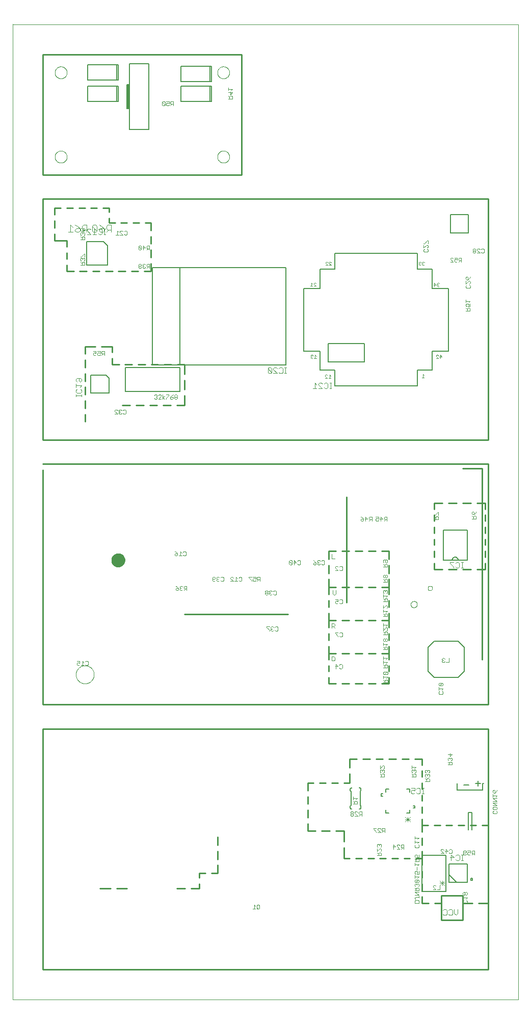
<source format=gbo>
G75*
%MOIN*%
%OFA0B0*%
%FSLAX25Y25*%
%IPPOS*%
%LPD*%
%AMOC8*
5,1,8,0,0,1.08239X$1,22.5*
%
%ADD10C,0.00000*%
%ADD11C,0.01000*%
%ADD12C,0.00984*%
%ADD13C,0.00300*%
%ADD14C,0.00200*%
%ADD15C,0.00500*%
%ADD16C,0.00600*%
%ADD17R,0.01000X0.10000*%
%ADD18C,0.00700*%
%ADD19C,0.00800*%
%ADD20C,0.05000*%
%ADD21C,0.00400*%
D10*
X0049044Y0040429D02*
X0379753Y0040429D01*
X0379753Y0678224D01*
X0049044Y0678224D01*
X0049005Y0678382D02*
X0049005Y0040587D01*
X0090382Y0253028D02*
X0090384Y0253181D01*
X0090390Y0253335D01*
X0090400Y0253488D01*
X0090414Y0253640D01*
X0090432Y0253793D01*
X0090454Y0253944D01*
X0090479Y0254095D01*
X0090509Y0254246D01*
X0090543Y0254396D01*
X0090580Y0254544D01*
X0090621Y0254692D01*
X0090666Y0254838D01*
X0090715Y0254984D01*
X0090768Y0255128D01*
X0090824Y0255270D01*
X0090884Y0255411D01*
X0090948Y0255551D01*
X0091015Y0255689D01*
X0091086Y0255825D01*
X0091161Y0255959D01*
X0091238Y0256091D01*
X0091320Y0256221D01*
X0091404Y0256349D01*
X0091492Y0256475D01*
X0091583Y0256598D01*
X0091677Y0256719D01*
X0091775Y0256837D01*
X0091875Y0256953D01*
X0091979Y0257066D01*
X0092085Y0257177D01*
X0092194Y0257285D01*
X0092306Y0257390D01*
X0092420Y0257491D01*
X0092538Y0257590D01*
X0092657Y0257686D01*
X0092779Y0257779D01*
X0092904Y0257868D01*
X0093031Y0257955D01*
X0093160Y0258037D01*
X0093291Y0258117D01*
X0093424Y0258193D01*
X0093559Y0258266D01*
X0093696Y0258335D01*
X0093835Y0258400D01*
X0093975Y0258462D01*
X0094117Y0258520D01*
X0094260Y0258575D01*
X0094405Y0258626D01*
X0094551Y0258673D01*
X0094698Y0258716D01*
X0094846Y0258755D01*
X0094995Y0258791D01*
X0095145Y0258822D01*
X0095296Y0258850D01*
X0095447Y0258874D01*
X0095600Y0258894D01*
X0095752Y0258910D01*
X0095905Y0258922D01*
X0096058Y0258930D01*
X0096211Y0258934D01*
X0096365Y0258934D01*
X0096518Y0258930D01*
X0096671Y0258922D01*
X0096824Y0258910D01*
X0096976Y0258894D01*
X0097129Y0258874D01*
X0097280Y0258850D01*
X0097431Y0258822D01*
X0097581Y0258791D01*
X0097730Y0258755D01*
X0097878Y0258716D01*
X0098025Y0258673D01*
X0098171Y0258626D01*
X0098316Y0258575D01*
X0098459Y0258520D01*
X0098601Y0258462D01*
X0098741Y0258400D01*
X0098880Y0258335D01*
X0099017Y0258266D01*
X0099152Y0258193D01*
X0099285Y0258117D01*
X0099416Y0258037D01*
X0099545Y0257955D01*
X0099672Y0257868D01*
X0099797Y0257779D01*
X0099919Y0257686D01*
X0100038Y0257590D01*
X0100156Y0257491D01*
X0100270Y0257390D01*
X0100382Y0257285D01*
X0100491Y0257177D01*
X0100597Y0257066D01*
X0100701Y0256953D01*
X0100801Y0256837D01*
X0100899Y0256719D01*
X0100993Y0256598D01*
X0101084Y0256475D01*
X0101172Y0256349D01*
X0101256Y0256221D01*
X0101338Y0256091D01*
X0101415Y0255959D01*
X0101490Y0255825D01*
X0101561Y0255689D01*
X0101628Y0255551D01*
X0101692Y0255411D01*
X0101752Y0255270D01*
X0101808Y0255128D01*
X0101861Y0254984D01*
X0101910Y0254838D01*
X0101955Y0254692D01*
X0101996Y0254544D01*
X0102033Y0254396D01*
X0102067Y0254246D01*
X0102097Y0254095D01*
X0102122Y0253944D01*
X0102144Y0253793D01*
X0102162Y0253640D01*
X0102176Y0253488D01*
X0102186Y0253335D01*
X0102192Y0253181D01*
X0102194Y0253028D01*
X0102192Y0252875D01*
X0102186Y0252721D01*
X0102176Y0252568D01*
X0102162Y0252416D01*
X0102144Y0252263D01*
X0102122Y0252112D01*
X0102097Y0251961D01*
X0102067Y0251810D01*
X0102033Y0251660D01*
X0101996Y0251512D01*
X0101955Y0251364D01*
X0101910Y0251218D01*
X0101861Y0251072D01*
X0101808Y0250928D01*
X0101752Y0250786D01*
X0101692Y0250645D01*
X0101628Y0250505D01*
X0101561Y0250367D01*
X0101490Y0250231D01*
X0101415Y0250097D01*
X0101338Y0249965D01*
X0101256Y0249835D01*
X0101172Y0249707D01*
X0101084Y0249581D01*
X0100993Y0249458D01*
X0100899Y0249337D01*
X0100801Y0249219D01*
X0100701Y0249103D01*
X0100597Y0248990D01*
X0100491Y0248879D01*
X0100382Y0248771D01*
X0100270Y0248666D01*
X0100156Y0248565D01*
X0100038Y0248466D01*
X0099919Y0248370D01*
X0099797Y0248277D01*
X0099672Y0248188D01*
X0099545Y0248101D01*
X0099416Y0248019D01*
X0099285Y0247939D01*
X0099152Y0247863D01*
X0099017Y0247790D01*
X0098880Y0247721D01*
X0098741Y0247656D01*
X0098601Y0247594D01*
X0098459Y0247536D01*
X0098316Y0247481D01*
X0098171Y0247430D01*
X0098025Y0247383D01*
X0097878Y0247340D01*
X0097730Y0247301D01*
X0097581Y0247265D01*
X0097431Y0247234D01*
X0097280Y0247206D01*
X0097129Y0247182D01*
X0096976Y0247162D01*
X0096824Y0247146D01*
X0096671Y0247134D01*
X0096518Y0247126D01*
X0096365Y0247122D01*
X0096211Y0247122D01*
X0096058Y0247126D01*
X0095905Y0247134D01*
X0095752Y0247146D01*
X0095600Y0247162D01*
X0095447Y0247182D01*
X0095296Y0247206D01*
X0095145Y0247234D01*
X0094995Y0247265D01*
X0094846Y0247301D01*
X0094698Y0247340D01*
X0094551Y0247383D01*
X0094405Y0247430D01*
X0094260Y0247481D01*
X0094117Y0247536D01*
X0093975Y0247594D01*
X0093835Y0247656D01*
X0093696Y0247721D01*
X0093559Y0247790D01*
X0093424Y0247863D01*
X0093291Y0247939D01*
X0093160Y0248019D01*
X0093031Y0248101D01*
X0092904Y0248188D01*
X0092779Y0248277D01*
X0092657Y0248370D01*
X0092538Y0248466D01*
X0092420Y0248565D01*
X0092306Y0248666D01*
X0092194Y0248771D01*
X0092085Y0248879D01*
X0091979Y0248990D01*
X0091875Y0249103D01*
X0091775Y0249219D01*
X0091677Y0249337D01*
X0091583Y0249458D01*
X0091492Y0249581D01*
X0091404Y0249707D01*
X0091320Y0249835D01*
X0091238Y0249965D01*
X0091161Y0250097D01*
X0091086Y0250231D01*
X0091015Y0250367D01*
X0090948Y0250505D01*
X0090884Y0250645D01*
X0090824Y0250786D01*
X0090768Y0250928D01*
X0090715Y0251072D01*
X0090666Y0251218D01*
X0090621Y0251364D01*
X0090580Y0251512D01*
X0090543Y0251660D01*
X0090509Y0251810D01*
X0090479Y0251961D01*
X0090454Y0252112D01*
X0090432Y0252263D01*
X0090414Y0252416D01*
X0090400Y0252568D01*
X0090390Y0252721D01*
X0090384Y0252875D01*
X0090382Y0253028D01*
X0309404Y0298919D02*
X0309406Y0299010D01*
X0309412Y0299100D01*
X0309422Y0299191D01*
X0309436Y0299280D01*
X0309454Y0299369D01*
X0309475Y0299458D01*
X0309501Y0299545D01*
X0309530Y0299631D01*
X0309564Y0299715D01*
X0309600Y0299798D01*
X0309641Y0299880D01*
X0309685Y0299959D01*
X0309732Y0300037D01*
X0309783Y0300112D01*
X0309837Y0300185D01*
X0309894Y0300255D01*
X0309954Y0300323D01*
X0310017Y0300389D01*
X0310083Y0300451D01*
X0310152Y0300510D01*
X0310223Y0300567D01*
X0310297Y0300620D01*
X0310373Y0300670D01*
X0310451Y0300717D01*
X0310531Y0300760D01*
X0310612Y0300799D01*
X0310696Y0300835D01*
X0310781Y0300867D01*
X0310867Y0300896D01*
X0310954Y0300920D01*
X0311043Y0300941D01*
X0311132Y0300958D01*
X0311222Y0300971D01*
X0311312Y0300980D01*
X0311403Y0300985D01*
X0311494Y0300986D01*
X0311584Y0300983D01*
X0311675Y0300976D01*
X0311765Y0300965D01*
X0311855Y0300950D01*
X0311944Y0300931D01*
X0312032Y0300909D01*
X0312118Y0300882D01*
X0312204Y0300852D01*
X0312288Y0300818D01*
X0312371Y0300780D01*
X0312452Y0300739D01*
X0312531Y0300694D01*
X0312608Y0300645D01*
X0312682Y0300594D01*
X0312755Y0300539D01*
X0312825Y0300481D01*
X0312892Y0300420D01*
X0312956Y0300356D01*
X0313018Y0300290D01*
X0313077Y0300220D01*
X0313132Y0300149D01*
X0313185Y0300074D01*
X0313234Y0299998D01*
X0313280Y0299920D01*
X0313322Y0299839D01*
X0313361Y0299757D01*
X0313396Y0299673D01*
X0313427Y0299588D01*
X0313454Y0299501D01*
X0313478Y0299414D01*
X0313498Y0299325D01*
X0313514Y0299236D01*
X0313526Y0299146D01*
X0313534Y0299055D01*
X0313538Y0298964D01*
X0313538Y0298874D01*
X0313534Y0298783D01*
X0313526Y0298692D01*
X0313514Y0298602D01*
X0313498Y0298513D01*
X0313478Y0298424D01*
X0313454Y0298337D01*
X0313427Y0298250D01*
X0313396Y0298165D01*
X0313361Y0298081D01*
X0313322Y0297999D01*
X0313280Y0297918D01*
X0313234Y0297840D01*
X0313185Y0297764D01*
X0313132Y0297689D01*
X0313077Y0297618D01*
X0313018Y0297548D01*
X0312956Y0297482D01*
X0312892Y0297418D01*
X0312825Y0297357D01*
X0312755Y0297299D01*
X0312682Y0297244D01*
X0312608Y0297193D01*
X0312531Y0297144D01*
X0312452Y0297099D01*
X0312371Y0297058D01*
X0312288Y0297020D01*
X0312204Y0296986D01*
X0312118Y0296956D01*
X0312032Y0296929D01*
X0311944Y0296907D01*
X0311855Y0296888D01*
X0311765Y0296873D01*
X0311675Y0296862D01*
X0311584Y0296855D01*
X0311494Y0296852D01*
X0311403Y0296853D01*
X0311312Y0296858D01*
X0311222Y0296867D01*
X0311132Y0296880D01*
X0311043Y0296897D01*
X0310954Y0296918D01*
X0310867Y0296942D01*
X0310781Y0296971D01*
X0310696Y0297003D01*
X0310612Y0297039D01*
X0310531Y0297078D01*
X0310451Y0297121D01*
X0310373Y0297168D01*
X0310297Y0297218D01*
X0310223Y0297271D01*
X0310152Y0297328D01*
X0310083Y0297387D01*
X0310017Y0297449D01*
X0309954Y0297515D01*
X0309894Y0297583D01*
X0309837Y0297653D01*
X0309783Y0297726D01*
X0309732Y0297801D01*
X0309685Y0297879D01*
X0309641Y0297958D01*
X0309600Y0298040D01*
X0309564Y0298123D01*
X0309530Y0298207D01*
X0309501Y0298293D01*
X0309475Y0298380D01*
X0309454Y0298469D01*
X0309436Y0298558D01*
X0309422Y0298647D01*
X0309412Y0298738D01*
X0309406Y0298828D01*
X0309404Y0298919D01*
X0320574Y0309498D02*
X0320576Y0309575D01*
X0320582Y0309651D01*
X0320592Y0309727D01*
X0320606Y0309802D01*
X0320623Y0309877D01*
X0320645Y0309950D01*
X0320670Y0310023D01*
X0320700Y0310094D01*
X0320732Y0310163D01*
X0320769Y0310230D01*
X0320808Y0310296D01*
X0320851Y0310359D01*
X0320898Y0310420D01*
X0320947Y0310479D01*
X0321000Y0310535D01*
X0321055Y0310588D01*
X0321113Y0310638D01*
X0321173Y0310685D01*
X0321236Y0310729D01*
X0321301Y0310770D01*
X0321368Y0310807D01*
X0321437Y0310841D01*
X0321507Y0310871D01*
X0321579Y0310897D01*
X0321653Y0310919D01*
X0321727Y0310938D01*
X0321802Y0310953D01*
X0321878Y0310964D01*
X0321954Y0310971D01*
X0322031Y0310974D01*
X0322107Y0310973D01*
X0322184Y0310968D01*
X0322260Y0310959D01*
X0322336Y0310946D01*
X0322410Y0310929D01*
X0322484Y0310909D01*
X0322557Y0310884D01*
X0322628Y0310856D01*
X0322698Y0310824D01*
X0322766Y0310789D01*
X0322832Y0310750D01*
X0322896Y0310708D01*
X0322957Y0310662D01*
X0323017Y0310613D01*
X0323073Y0310562D01*
X0323127Y0310507D01*
X0323178Y0310450D01*
X0323226Y0310390D01*
X0323271Y0310328D01*
X0323312Y0310263D01*
X0323350Y0310197D01*
X0323385Y0310129D01*
X0323415Y0310058D01*
X0323443Y0309987D01*
X0323466Y0309914D01*
X0323486Y0309840D01*
X0323502Y0309765D01*
X0323514Y0309689D01*
X0323522Y0309613D01*
X0323526Y0309536D01*
X0323526Y0309460D01*
X0323522Y0309383D01*
X0323514Y0309307D01*
X0323502Y0309231D01*
X0323486Y0309156D01*
X0323466Y0309082D01*
X0323443Y0309009D01*
X0323415Y0308938D01*
X0323385Y0308867D01*
X0323350Y0308799D01*
X0323312Y0308733D01*
X0323271Y0308668D01*
X0323226Y0308606D01*
X0323178Y0308546D01*
X0323127Y0308489D01*
X0323073Y0308434D01*
X0323017Y0308383D01*
X0322957Y0308334D01*
X0322896Y0308288D01*
X0322832Y0308246D01*
X0322766Y0308207D01*
X0322698Y0308172D01*
X0322628Y0308140D01*
X0322557Y0308112D01*
X0322484Y0308087D01*
X0322410Y0308067D01*
X0322336Y0308050D01*
X0322260Y0308037D01*
X0322184Y0308028D01*
X0322107Y0308023D01*
X0322031Y0308022D01*
X0321954Y0308025D01*
X0321878Y0308032D01*
X0321802Y0308043D01*
X0321727Y0308058D01*
X0321653Y0308077D01*
X0321579Y0308099D01*
X0321507Y0308125D01*
X0321437Y0308155D01*
X0321368Y0308189D01*
X0321301Y0308226D01*
X0321236Y0308267D01*
X0321173Y0308311D01*
X0321113Y0308358D01*
X0321055Y0308408D01*
X0321000Y0308461D01*
X0320947Y0308517D01*
X0320898Y0308576D01*
X0320851Y0308637D01*
X0320808Y0308700D01*
X0320769Y0308766D01*
X0320732Y0308833D01*
X0320700Y0308902D01*
X0320670Y0308973D01*
X0320645Y0309046D01*
X0320623Y0309119D01*
X0320606Y0309194D01*
X0320592Y0309269D01*
X0320582Y0309345D01*
X0320576Y0309421D01*
X0320574Y0309498D01*
X0182902Y0591610D02*
X0182904Y0591735D01*
X0182910Y0591860D01*
X0182920Y0591984D01*
X0182934Y0592108D01*
X0182951Y0592232D01*
X0182973Y0592355D01*
X0182999Y0592477D01*
X0183028Y0592599D01*
X0183061Y0592719D01*
X0183099Y0592838D01*
X0183139Y0592957D01*
X0183184Y0593073D01*
X0183232Y0593188D01*
X0183284Y0593302D01*
X0183340Y0593414D01*
X0183399Y0593524D01*
X0183461Y0593632D01*
X0183527Y0593739D01*
X0183596Y0593843D01*
X0183669Y0593944D01*
X0183744Y0594044D01*
X0183823Y0594141D01*
X0183905Y0594235D01*
X0183990Y0594327D01*
X0184077Y0594416D01*
X0184168Y0594502D01*
X0184261Y0594585D01*
X0184357Y0594666D01*
X0184455Y0594743D01*
X0184555Y0594817D01*
X0184658Y0594888D01*
X0184763Y0594955D01*
X0184871Y0595020D01*
X0184980Y0595080D01*
X0185091Y0595138D01*
X0185204Y0595191D01*
X0185318Y0595241D01*
X0185434Y0595288D01*
X0185551Y0595330D01*
X0185670Y0595369D01*
X0185790Y0595405D01*
X0185911Y0595436D01*
X0186033Y0595464D01*
X0186155Y0595487D01*
X0186279Y0595507D01*
X0186403Y0595523D01*
X0186527Y0595535D01*
X0186652Y0595543D01*
X0186777Y0595547D01*
X0186901Y0595547D01*
X0187026Y0595543D01*
X0187151Y0595535D01*
X0187275Y0595523D01*
X0187399Y0595507D01*
X0187523Y0595487D01*
X0187645Y0595464D01*
X0187767Y0595436D01*
X0187888Y0595405D01*
X0188008Y0595369D01*
X0188127Y0595330D01*
X0188244Y0595288D01*
X0188360Y0595241D01*
X0188474Y0595191D01*
X0188587Y0595138D01*
X0188698Y0595080D01*
X0188808Y0595020D01*
X0188915Y0594955D01*
X0189020Y0594888D01*
X0189123Y0594817D01*
X0189223Y0594743D01*
X0189321Y0594666D01*
X0189417Y0594585D01*
X0189510Y0594502D01*
X0189601Y0594416D01*
X0189688Y0594327D01*
X0189773Y0594235D01*
X0189855Y0594141D01*
X0189934Y0594044D01*
X0190009Y0593944D01*
X0190082Y0593843D01*
X0190151Y0593739D01*
X0190217Y0593632D01*
X0190279Y0593524D01*
X0190338Y0593414D01*
X0190394Y0593302D01*
X0190446Y0593188D01*
X0190494Y0593073D01*
X0190539Y0592957D01*
X0190579Y0592838D01*
X0190617Y0592719D01*
X0190650Y0592599D01*
X0190679Y0592477D01*
X0190705Y0592355D01*
X0190727Y0592232D01*
X0190744Y0592108D01*
X0190758Y0591984D01*
X0190768Y0591860D01*
X0190774Y0591735D01*
X0190776Y0591610D01*
X0190774Y0591485D01*
X0190768Y0591360D01*
X0190758Y0591236D01*
X0190744Y0591112D01*
X0190727Y0590988D01*
X0190705Y0590865D01*
X0190679Y0590743D01*
X0190650Y0590621D01*
X0190617Y0590501D01*
X0190579Y0590382D01*
X0190539Y0590263D01*
X0190494Y0590147D01*
X0190446Y0590032D01*
X0190394Y0589918D01*
X0190338Y0589806D01*
X0190279Y0589696D01*
X0190217Y0589588D01*
X0190151Y0589481D01*
X0190082Y0589377D01*
X0190009Y0589276D01*
X0189934Y0589176D01*
X0189855Y0589079D01*
X0189773Y0588985D01*
X0189688Y0588893D01*
X0189601Y0588804D01*
X0189510Y0588718D01*
X0189417Y0588635D01*
X0189321Y0588554D01*
X0189223Y0588477D01*
X0189123Y0588403D01*
X0189020Y0588332D01*
X0188915Y0588265D01*
X0188807Y0588200D01*
X0188698Y0588140D01*
X0188587Y0588082D01*
X0188474Y0588029D01*
X0188360Y0587979D01*
X0188244Y0587932D01*
X0188127Y0587890D01*
X0188008Y0587851D01*
X0187888Y0587815D01*
X0187767Y0587784D01*
X0187645Y0587756D01*
X0187523Y0587733D01*
X0187399Y0587713D01*
X0187275Y0587697D01*
X0187151Y0587685D01*
X0187026Y0587677D01*
X0186901Y0587673D01*
X0186777Y0587673D01*
X0186652Y0587677D01*
X0186527Y0587685D01*
X0186403Y0587697D01*
X0186279Y0587713D01*
X0186155Y0587733D01*
X0186033Y0587756D01*
X0185911Y0587784D01*
X0185790Y0587815D01*
X0185670Y0587851D01*
X0185551Y0587890D01*
X0185434Y0587932D01*
X0185318Y0587979D01*
X0185204Y0588029D01*
X0185091Y0588082D01*
X0184980Y0588140D01*
X0184870Y0588200D01*
X0184763Y0588265D01*
X0184658Y0588332D01*
X0184555Y0588403D01*
X0184455Y0588477D01*
X0184357Y0588554D01*
X0184261Y0588635D01*
X0184168Y0588718D01*
X0184077Y0588804D01*
X0183990Y0588893D01*
X0183905Y0588985D01*
X0183823Y0589079D01*
X0183744Y0589176D01*
X0183669Y0589276D01*
X0183596Y0589377D01*
X0183527Y0589481D01*
X0183461Y0589588D01*
X0183399Y0589696D01*
X0183340Y0589806D01*
X0183284Y0589918D01*
X0183232Y0590032D01*
X0183184Y0590147D01*
X0183139Y0590263D01*
X0183099Y0590382D01*
X0183061Y0590501D01*
X0183028Y0590621D01*
X0182999Y0590743D01*
X0182973Y0590865D01*
X0182951Y0590988D01*
X0182934Y0591112D01*
X0182920Y0591236D01*
X0182910Y0591360D01*
X0182904Y0591485D01*
X0182902Y0591610D01*
X0182902Y0646728D02*
X0182904Y0646853D01*
X0182910Y0646978D01*
X0182920Y0647102D01*
X0182934Y0647226D01*
X0182951Y0647350D01*
X0182973Y0647473D01*
X0182999Y0647595D01*
X0183028Y0647717D01*
X0183061Y0647837D01*
X0183099Y0647956D01*
X0183139Y0648075D01*
X0183184Y0648191D01*
X0183232Y0648306D01*
X0183284Y0648420D01*
X0183340Y0648532D01*
X0183399Y0648642D01*
X0183461Y0648750D01*
X0183527Y0648857D01*
X0183596Y0648961D01*
X0183669Y0649062D01*
X0183744Y0649162D01*
X0183823Y0649259D01*
X0183905Y0649353D01*
X0183990Y0649445D01*
X0184077Y0649534D01*
X0184168Y0649620D01*
X0184261Y0649703D01*
X0184357Y0649784D01*
X0184455Y0649861D01*
X0184555Y0649935D01*
X0184658Y0650006D01*
X0184763Y0650073D01*
X0184871Y0650138D01*
X0184980Y0650198D01*
X0185091Y0650256D01*
X0185204Y0650309D01*
X0185318Y0650359D01*
X0185434Y0650406D01*
X0185551Y0650448D01*
X0185670Y0650487D01*
X0185790Y0650523D01*
X0185911Y0650554D01*
X0186033Y0650582D01*
X0186155Y0650605D01*
X0186279Y0650625D01*
X0186403Y0650641D01*
X0186527Y0650653D01*
X0186652Y0650661D01*
X0186777Y0650665D01*
X0186901Y0650665D01*
X0187026Y0650661D01*
X0187151Y0650653D01*
X0187275Y0650641D01*
X0187399Y0650625D01*
X0187523Y0650605D01*
X0187645Y0650582D01*
X0187767Y0650554D01*
X0187888Y0650523D01*
X0188008Y0650487D01*
X0188127Y0650448D01*
X0188244Y0650406D01*
X0188360Y0650359D01*
X0188474Y0650309D01*
X0188587Y0650256D01*
X0188698Y0650198D01*
X0188808Y0650138D01*
X0188915Y0650073D01*
X0189020Y0650006D01*
X0189123Y0649935D01*
X0189223Y0649861D01*
X0189321Y0649784D01*
X0189417Y0649703D01*
X0189510Y0649620D01*
X0189601Y0649534D01*
X0189688Y0649445D01*
X0189773Y0649353D01*
X0189855Y0649259D01*
X0189934Y0649162D01*
X0190009Y0649062D01*
X0190082Y0648961D01*
X0190151Y0648857D01*
X0190217Y0648750D01*
X0190279Y0648642D01*
X0190338Y0648532D01*
X0190394Y0648420D01*
X0190446Y0648306D01*
X0190494Y0648191D01*
X0190539Y0648075D01*
X0190579Y0647956D01*
X0190617Y0647837D01*
X0190650Y0647717D01*
X0190679Y0647595D01*
X0190705Y0647473D01*
X0190727Y0647350D01*
X0190744Y0647226D01*
X0190758Y0647102D01*
X0190768Y0646978D01*
X0190774Y0646853D01*
X0190776Y0646728D01*
X0190774Y0646603D01*
X0190768Y0646478D01*
X0190758Y0646354D01*
X0190744Y0646230D01*
X0190727Y0646106D01*
X0190705Y0645983D01*
X0190679Y0645861D01*
X0190650Y0645739D01*
X0190617Y0645619D01*
X0190579Y0645500D01*
X0190539Y0645381D01*
X0190494Y0645265D01*
X0190446Y0645150D01*
X0190394Y0645036D01*
X0190338Y0644924D01*
X0190279Y0644814D01*
X0190217Y0644706D01*
X0190151Y0644599D01*
X0190082Y0644495D01*
X0190009Y0644394D01*
X0189934Y0644294D01*
X0189855Y0644197D01*
X0189773Y0644103D01*
X0189688Y0644011D01*
X0189601Y0643922D01*
X0189510Y0643836D01*
X0189417Y0643753D01*
X0189321Y0643672D01*
X0189223Y0643595D01*
X0189123Y0643521D01*
X0189020Y0643450D01*
X0188915Y0643383D01*
X0188807Y0643318D01*
X0188698Y0643258D01*
X0188587Y0643200D01*
X0188474Y0643147D01*
X0188360Y0643097D01*
X0188244Y0643050D01*
X0188127Y0643008D01*
X0188008Y0642969D01*
X0187888Y0642933D01*
X0187767Y0642902D01*
X0187645Y0642874D01*
X0187523Y0642851D01*
X0187399Y0642831D01*
X0187275Y0642815D01*
X0187151Y0642803D01*
X0187026Y0642795D01*
X0186901Y0642791D01*
X0186777Y0642791D01*
X0186652Y0642795D01*
X0186527Y0642803D01*
X0186403Y0642815D01*
X0186279Y0642831D01*
X0186155Y0642851D01*
X0186033Y0642874D01*
X0185911Y0642902D01*
X0185790Y0642933D01*
X0185670Y0642969D01*
X0185551Y0643008D01*
X0185434Y0643050D01*
X0185318Y0643097D01*
X0185204Y0643147D01*
X0185091Y0643200D01*
X0184980Y0643258D01*
X0184870Y0643318D01*
X0184763Y0643383D01*
X0184658Y0643450D01*
X0184555Y0643521D01*
X0184455Y0643595D01*
X0184357Y0643672D01*
X0184261Y0643753D01*
X0184168Y0643836D01*
X0184077Y0643922D01*
X0183990Y0644011D01*
X0183905Y0644103D01*
X0183823Y0644197D01*
X0183744Y0644294D01*
X0183669Y0644394D01*
X0183596Y0644495D01*
X0183527Y0644599D01*
X0183461Y0644706D01*
X0183399Y0644814D01*
X0183340Y0644924D01*
X0183284Y0645036D01*
X0183232Y0645150D01*
X0183184Y0645265D01*
X0183139Y0645381D01*
X0183099Y0645500D01*
X0183061Y0645619D01*
X0183028Y0645739D01*
X0182999Y0645861D01*
X0182973Y0645983D01*
X0182951Y0646106D01*
X0182934Y0646230D01*
X0182920Y0646354D01*
X0182910Y0646478D01*
X0182904Y0646603D01*
X0182902Y0646728D01*
X0076603Y0646728D02*
X0076605Y0646853D01*
X0076611Y0646978D01*
X0076621Y0647102D01*
X0076635Y0647226D01*
X0076652Y0647350D01*
X0076674Y0647473D01*
X0076700Y0647595D01*
X0076729Y0647717D01*
X0076762Y0647837D01*
X0076800Y0647956D01*
X0076840Y0648075D01*
X0076885Y0648191D01*
X0076933Y0648306D01*
X0076985Y0648420D01*
X0077041Y0648532D01*
X0077100Y0648642D01*
X0077162Y0648750D01*
X0077228Y0648857D01*
X0077297Y0648961D01*
X0077370Y0649062D01*
X0077445Y0649162D01*
X0077524Y0649259D01*
X0077606Y0649353D01*
X0077691Y0649445D01*
X0077778Y0649534D01*
X0077869Y0649620D01*
X0077962Y0649703D01*
X0078058Y0649784D01*
X0078156Y0649861D01*
X0078256Y0649935D01*
X0078359Y0650006D01*
X0078464Y0650073D01*
X0078572Y0650138D01*
X0078681Y0650198D01*
X0078792Y0650256D01*
X0078905Y0650309D01*
X0079019Y0650359D01*
X0079135Y0650406D01*
X0079252Y0650448D01*
X0079371Y0650487D01*
X0079491Y0650523D01*
X0079612Y0650554D01*
X0079734Y0650582D01*
X0079856Y0650605D01*
X0079980Y0650625D01*
X0080104Y0650641D01*
X0080228Y0650653D01*
X0080353Y0650661D01*
X0080478Y0650665D01*
X0080602Y0650665D01*
X0080727Y0650661D01*
X0080852Y0650653D01*
X0080976Y0650641D01*
X0081100Y0650625D01*
X0081224Y0650605D01*
X0081346Y0650582D01*
X0081468Y0650554D01*
X0081589Y0650523D01*
X0081709Y0650487D01*
X0081828Y0650448D01*
X0081945Y0650406D01*
X0082061Y0650359D01*
X0082175Y0650309D01*
X0082288Y0650256D01*
X0082399Y0650198D01*
X0082509Y0650138D01*
X0082616Y0650073D01*
X0082721Y0650006D01*
X0082824Y0649935D01*
X0082924Y0649861D01*
X0083022Y0649784D01*
X0083118Y0649703D01*
X0083211Y0649620D01*
X0083302Y0649534D01*
X0083389Y0649445D01*
X0083474Y0649353D01*
X0083556Y0649259D01*
X0083635Y0649162D01*
X0083710Y0649062D01*
X0083783Y0648961D01*
X0083852Y0648857D01*
X0083918Y0648750D01*
X0083980Y0648642D01*
X0084039Y0648532D01*
X0084095Y0648420D01*
X0084147Y0648306D01*
X0084195Y0648191D01*
X0084240Y0648075D01*
X0084280Y0647956D01*
X0084318Y0647837D01*
X0084351Y0647717D01*
X0084380Y0647595D01*
X0084406Y0647473D01*
X0084428Y0647350D01*
X0084445Y0647226D01*
X0084459Y0647102D01*
X0084469Y0646978D01*
X0084475Y0646853D01*
X0084477Y0646728D01*
X0084475Y0646603D01*
X0084469Y0646478D01*
X0084459Y0646354D01*
X0084445Y0646230D01*
X0084428Y0646106D01*
X0084406Y0645983D01*
X0084380Y0645861D01*
X0084351Y0645739D01*
X0084318Y0645619D01*
X0084280Y0645500D01*
X0084240Y0645381D01*
X0084195Y0645265D01*
X0084147Y0645150D01*
X0084095Y0645036D01*
X0084039Y0644924D01*
X0083980Y0644814D01*
X0083918Y0644706D01*
X0083852Y0644599D01*
X0083783Y0644495D01*
X0083710Y0644394D01*
X0083635Y0644294D01*
X0083556Y0644197D01*
X0083474Y0644103D01*
X0083389Y0644011D01*
X0083302Y0643922D01*
X0083211Y0643836D01*
X0083118Y0643753D01*
X0083022Y0643672D01*
X0082924Y0643595D01*
X0082824Y0643521D01*
X0082721Y0643450D01*
X0082616Y0643383D01*
X0082508Y0643318D01*
X0082399Y0643258D01*
X0082288Y0643200D01*
X0082175Y0643147D01*
X0082061Y0643097D01*
X0081945Y0643050D01*
X0081828Y0643008D01*
X0081709Y0642969D01*
X0081589Y0642933D01*
X0081468Y0642902D01*
X0081346Y0642874D01*
X0081224Y0642851D01*
X0081100Y0642831D01*
X0080976Y0642815D01*
X0080852Y0642803D01*
X0080727Y0642795D01*
X0080602Y0642791D01*
X0080478Y0642791D01*
X0080353Y0642795D01*
X0080228Y0642803D01*
X0080104Y0642815D01*
X0079980Y0642831D01*
X0079856Y0642851D01*
X0079734Y0642874D01*
X0079612Y0642902D01*
X0079491Y0642933D01*
X0079371Y0642969D01*
X0079252Y0643008D01*
X0079135Y0643050D01*
X0079019Y0643097D01*
X0078905Y0643147D01*
X0078792Y0643200D01*
X0078681Y0643258D01*
X0078571Y0643318D01*
X0078464Y0643383D01*
X0078359Y0643450D01*
X0078256Y0643521D01*
X0078156Y0643595D01*
X0078058Y0643672D01*
X0077962Y0643753D01*
X0077869Y0643836D01*
X0077778Y0643922D01*
X0077691Y0644011D01*
X0077606Y0644103D01*
X0077524Y0644197D01*
X0077445Y0644294D01*
X0077370Y0644394D01*
X0077297Y0644495D01*
X0077228Y0644599D01*
X0077162Y0644706D01*
X0077100Y0644814D01*
X0077041Y0644924D01*
X0076985Y0645036D01*
X0076933Y0645150D01*
X0076885Y0645265D01*
X0076840Y0645381D01*
X0076800Y0645500D01*
X0076762Y0645619D01*
X0076729Y0645739D01*
X0076700Y0645861D01*
X0076674Y0645983D01*
X0076652Y0646106D01*
X0076635Y0646230D01*
X0076621Y0646354D01*
X0076611Y0646478D01*
X0076605Y0646603D01*
X0076603Y0646728D01*
X0076603Y0591610D02*
X0076605Y0591735D01*
X0076611Y0591860D01*
X0076621Y0591984D01*
X0076635Y0592108D01*
X0076652Y0592232D01*
X0076674Y0592355D01*
X0076700Y0592477D01*
X0076729Y0592599D01*
X0076762Y0592719D01*
X0076800Y0592838D01*
X0076840Y0592957D01*
X0076885Y0593073D01*
X0076933Y0593188D01*
X0076985Y0593302D01*
X0077041Y0593414D01*
X0077100Y0593524D01*
X0077162Y0593632D01*
X0077228Y0593739D01*
X0077297Y0593843D01*
X0077370Y0593944D01*
X0077445Y0594044D01*
X0077524Y0594141D01*
X0077606Y0594235D01*
X0077691Y0594327D01*
X0077778Y0594416D01*
X0077869Y0594502D01*
X0077962Y0594585D01*
X0078058Y0594666D01*
X0078156Y0594743D01*
X0078256Y0594817D01*
X0078359Y0594888D01*
X0078464Y0594955D01*
X0078572Y0595020D01*
X0078681Y0595080D01*
X0078792Y0595138D01*
X0078905Y0595191D01*
X0079019Y0595241D01*
X0079135Y0595288D01*
X0079252Y0595330D01*
X0079371Y0595369D01*
X0079491Y0595405D01*
X0079612Y0595436D01*
X0079734Y0595464D01*
X0079856Y0595487D01*
X0079980Y0595507D01*
X0080104Y0595523D01*
X0080228Y0595535D01*
X0080353Y0595543D01*
X0080478Y0595547D01*
X0080602Y0595547D01*
X0080727Y0595543D01*
X0080852Y0595535D01*
X0080976Y0595523D01*
X0081100Y0595507D01*
X0081224Y0595487D01*
X0081346Y0595464D01*
X0081468Y0595436D01*
X0081589Y0595405D01*
X0081709Y0595369D01*
X0081828Y0595330D01*
X0081945Y0595288D01*
X0082061Y0595241D01*
X0082175Y0595191D01*
X0082288Y0595138D01*
X0082399Y0595080D01*
X0082509Y0595020D01*
X0082616Y0594955D01*
X0082721Y0594888D01*
X0082824Y0594817D01*
X0082924Y0594743D01*
X0083022Y0594666D01*
X0083118Y0594585D01*
X0083211Y0594502D01*
X0083302Y0594416D01*
X0083389Y0594327D01*
X0083474Y0594235D01*
X0083556Y0594141D01*
X0083635Y0594044D01*
X0083710Y0593944D01*
X0083783Y0593843D01*
X0083852Y0593739D01*
X0083918Y0593632D01*
X0083980Y0593524D01*
X0084039Y0593414D01*
X0084095Y0593302D01*
X0084147Y0593188D01*
X0084195Y0593073D01*
X0084240Y0592957D01*
X0084280Y0592838D01*
X0084318Y0592719D01*
X0084351Y0592599D01*
X0084380Y0592477D01*
X0084406Y0592355D01*
X0084428Y0592232D01*
X0084445Y0592108D01*
X0084459Y0591984D01*
X0084469Y0591860D01*
X0084475Y0591735D01*
X0084477Y0591610D01*
X0084475Y0591485D01*
X0084469Y0591360D01*
X0084459Y0591236D01*
X0084445Y0591112D01*
X0084428Y0590988D01*
X0084406Y0590865D01*
X0084380Y0590743D01*
X0084351Y0590621D01*
X0084318Y0590501D01*
X0084280Y0590382D01*
X0084240Y0590263D01*
X0084195Y0590147D01*
X0084147Y0590032D01*
X0084095Y0589918D01*
X0084039Y0589806D01*
X0083980Y0589696D01*
X0083918Y0589588D01*
X0083852Y0589481D01*
X0083783Y0589377D01*
X0083710Y0589276D01*
X0083635Y0589176D01*
X0083556Y0589079D01*
X0083474Y0588985D01*
X0083389Y0588893D01*
X0083302Y0588804D01*
X0083211Y0588718D01*
X0083118Y0588635D01*
X0083022Y0588554D01*
X0082924Y0588477D01*
X0082824Y0588403D01*
X0082721Y0588332D01*
X0082616Y0588265D01*
X0082508Y0588200D01*
X0082399Y0588140D01*
X0082288Y0588082D01*
X0082175Y0588029D01*
X0082061Y0587979D01*
X0081945Y0587932D01*
X0081828Y0587890D01*
X0081709Y0587851D01*
X0081589Y0587815D01*
X0081468Y0587784D01*
X0081346Y0587756D01*
X0081224Y0587733D01*
X0081100Y0587713D01*
X0080976Y0587697D01*
X0080852Y0587685D01*
X0080727Y0587677D01*
X0080602Y0587673D01*
X0080478Y0587673D01*
X0080353Y0587677D01*
X0080228Y0587685D01*
X0080104Y0587697D01*
X0079980Y0587713D01*
X0079856Y0587733D01*
X0079734Y0587756D01*
X0079612Y0587784D01*
X0079491Y0587815D01*
X0079371Y0587851D01*
X0079252Y0587890D01*
X0079135Y0587932D01*
X0079019Y0587979D01*
X0078905Y0588029D01*
X0078792Y0588082D01*
X0078681Y0588140D01*
X0078571Y0588200D01*
X0078464Y0588265D01*
X0078359Y0588332D01*
X0078256Y0588403D01*
X0078156Y0588477D01*
X0078058Y0588554D01*
X0077962Y0588635D01*
X0077869Y0588718D01*
X0077778Y0588804D01*
X0077691Y0588893D01*
X0077606Y0588985D01*
X0077524Y0589079D01*
X0077445Y0589176D01*
X0077370Y0589276D01*
X0077297Y0589377D01*
X0077228Y0589481D01*
X0077162Y0589588D01*
X0077100Y0589696D01*
X0077041Y0589806D01*
X0076985Y0589918D01*
X0076933Y0590032D01*
X0076885Y0590147D01*
X0076840Y0590263D01*
X0076800Y0590382D01*
X0076762Y0590501D01*
X0076729Y0590621D01*
X0076700Y0590743D01*
X0076674Y0590865D01*
X0076652Y0590988D01*
X0076635Y0591112D01*
X0076621Y0591236D01*
X0076611Y0591360D01*
X0076605Y0591485D01*
X0076603Y0591610D01*
D11*
X0111997Y0558303D02*
X0111997Y0555350D01*
X0111997Y0551413D02*
X0111997Y0548461D01*
X0269517Y0197909D02*
X0274110Y0197909D01*
X0278047Y0197909D02*
X0282640Y0197909D01*
X0286577Y0197909D02*
X0291170Y0197909D01*
X0295107Y0197909D02*
X0299700Y0197909D01*
X0303637Y0197909D02*
X0308230Y0197909D01*
X0312167Y0197909D02*
X0316761Y0197909D01*
X0316761Y0193972D01*
X0316761Y0190035D02*
X0316761Y0186098D01*
X0316761Y0182161D02*
X0316761Y0178224D01*
X0316761Y0174287D02*
X0316761Y0170350D01*
X0316761Y0166413D02*
X0316761Y0162476D01*
X0316761Y0158539D02*
X0316761Y0154602D01*
X0316761Y0150009D01*
X0316761Y0146072D02*
X0316761Y0141479D01*
X0316761Y0137542D02*
X0316761Y0132949D01*
X0316761Y0128520D01*
X0316761Y0124583D02*
X0316761Y0120154D01*
X0316761Y0116217D02*
X0316761Y0111787D01*
X0316761Y0107850D02*
X0316761Y0103421D01*
X0316761Y0132949D02*
X0312824Y0132949D01*
X0308887Y0132949D02*
X0304950Y0132949D01*
X0301013Y0132949D02*
X0297076Y0132949D01*
X0293139Y0132949D02*
X0289202Y0132949D01*
X0285265Y0132949D02*
X0281328Y0132949D01*
X0277391Y0132949D02*
X0273454Y0132949D01*
X0269517Y0132949D02*
X0265580Y0132949D01*
X0265580Y0150665D02*
X0260330Y0150665D01*
X0256393Y0150665D02*
X0251144Y0150665D01*
X0247207Y0150665D02*
X0241957Y0150665D01*
X0241957Y0155587D01*
X0241957Y0159524D02*
X0241957Y0164445D01*
X0241957Y0168382D02*
X0241957Y0173303D01*
X0241957Y0177240D02*
X0241957Y0182161D01*
X0245894Y0182161D01*
X0249831Y0182161D02*
X0253769Y0182161D01*
X0257706Y0182161D02*
X0261643Y0182161D01*
X0265580Y0182161D02*
X0269517Y0182161D01*
X0269517Y0188067D01*
X0269517Y0192004D02*
X0269517Y0197909D01*
X0360068Y0154602D02*
X0360068Y0150665D01*
X0360068Y0146728D02*
X0360068Y0142791D01*
X0360068Y0138854D02*
X0360068Y0134917D01*
X0360068Y0130980D02*
X0360068Y0127043D01*
X0360068Y0123106D02*
X0360068Y0119169D01*
X0360068Y0115232D02*
X0360068Y0111295D01*
X0360068Y0107358D02*
X0360068Y0103421D01*
D12*
X0353670Y0103421D01*
X0349733Y0103421D02*
X0343335Y0103421D01*
X0343335Y0092594D01*
X0329556Y0092594D01*
X0329556Y0103421D01*
X0325127Y0103421D01*
X0321190Y0103421D02*
X0316761Y0103421D01*
X0329556Y0103421D02*
X0329556Y0108343D01*
X0343335Y0108343D01*
X0343335Y0103421D01*
X0360068Y0060114D02*
X0068729Y0060114D01*
X0068729Y0217594D01*
X0360068Y0217594D01*
X0360068Y0060114D01*
X0360068Y0154602D02*
X0356131Y0154602D01*
X0352194Y0154602D02*
X0348257Y0154602D01*
X0344320Y0154602D02*
X0340383Y0154602D01*
X0336446Y0154602D02*
X0332509Y0154602D01*
X0328572Y0154602D02*
X0324635Y0154602D01*
X0320698Y0154602D02*
X0316761Y0154602D01*
X0265580Y0150665D02*
X0265580Y0143776D01*
X0265580Y0139839D02*
X0265580Y0132949D01*
X0182902Y0132293D02*
X0182902Y0137542D01*
X0182902Y0141479D02*
X0182902Y0146728D01*
X0182902Y0128356D02*
X0182902Y0123106D01*
X0178965Y0123106D01*
X0175028Y0123106D02*
X0171091Y0123106D01*
X0171091Y0120154D01*
X0171091Y0116217D02*
X0171091Y0113264D01*
X0165678Y0113264D01*
X0161741Y0113264D02*
X0156328Y0113264D01*
X0123847Y0113264D02*
X0116957Y0113264D01*
X0113020Y0113264D02*
X0106131Y0113264D01*
X0068729Y0233343D02*
X0068729Y0386886D01*
X0068729Y0390823D02*
X0360068Y0390823D01*
X0360068Y0233343D01*
X0068729Y0233343D01*
X0161249Y0292398D02*
X0229162Y0292398D01*
X0255737Y0293054D02*
X0255737Y0288461D01*
X0260461Y0288461D01*
X0264398Y0288461D02*
X0269123Y0288461D01*
X0273060Y0288461D02*
X0277784Y0288461D01*
X0281721Y0288461D02*
X0286446Y0288461D01*
X0290383Y0288461D02*
X0295107Y0288461D01*
X0295107Y0283867D01*
X0295107Y0279930D02*
X0295107Y0275337D01*
X0295107Y0271400D02*
X0295107Y0266807D01*
X0290383Y0266807D01*
X0286446Y0266807D02*
X0281721Y0266807D01*
X0277784Y0266807D02*
X0273060Y0266807D01*
X0269123Y0266807D02*
X0264398Y0266807D01*
X0260461Y0266807D02*
X0255737Y0266807D01*
X0255737Y0271400D01*
X0255737Y0275337D02*
X0255737Y0279930D01*
X0255737Y0283867D02*
X0255737Y0288461D01*
X0255737Y0296991D02*
X0255737Y0301584D01*
X0255737Y0305521D02*
X0255737Y0310114D01*
X0260461Y0310114D01*
X0264398Y0310114D02*
X0269123Y0310114D01*
X0273060Y0310114D02*
X0277784Y0310114D01*
X0281721Y0310114D02*
X0286446Y0310114D01*
X0290383Y0310114D02*
X0295107Y0310114D01*
X0295107Y0305521D01*
X0295107Y0301584D02*
X0295107Y0296991D01*
X0295107Y0293054D02*
X0295107Y0288461D01*
X0295107Y0310114D02*
X0295107Y0315364D01*
X0295107Y0319301D02*
X0295107Y0324550D01*
X0295107Y0328487D02*
X0295107Y0333736D01*
X0290383Y0333736D01*
X0286446Y0333736D02*
X0281721Y0333736D01*
X0277784Y0333736D02*
X0273060Y0333736D01*
X0269123Y0333736D02*
X0264398Y0333736D01*
X0260461Y0333736D02*
X0255737Y0333736D01*
X0255737Y0328487D01*
X0255737Y0324550D02*
X0255737Y0319301D01*
X0255737Y0315364D02*
X0255737Y0310114D01*
X0267548Y0300272D02*
X0267548Y0369169D01*
X0324635Y0365232D02*
X0324635Y0361295D01*
X0324635Y0357358D02*
X0324635Y0353421D01*
X0324635Y0349484D02*
X0324635Y0345547D01*
X0324635Y0341610D02*
X0324635Y0337673D01*
X0324635Y0333736D02*
X0324635Y0329799D01*
X0324635Y0325862D02*
X0324635Y0321925D01*
X0330048Y0321925D01*
X0333985Y0321925D02*
X0339398Y0321925D01*
X0343335Y0321925D02*
X0348749Y0321925D01*
X0352686Y0321925D02*
X0358099Y0321925D01*
X0358099Y0325862D01*
X0358099Y0329799D02*
X0358099Y0333736D01*
X0358099Y0337673D02*
X0358099Y0341610D01*
X0358099Y0345547D02*
X0358099Y0349484D01*
X0358099Y0353421D02*
X0358099Y0357358D01*
X0358099Y0361295D02*
X0358099Y0365232D01*
X0352686Y0365232D01*
X0348749Y0365232D02*
X0343335Y0365232D01*
X0339398Y0365232D02*
X0333985Y0365232D01*
X0330048Y0365232D02*
X0324635Y0365232D01*
X0343335Y0387870D02*
X0356131Y0387870D01*
X0356131Y0262870D01*
X0295107Y0262870D02*
X0295107Y0266807D01*
X0295107Y0258933D02*
X0295107Y0254996D01*
X0295107Y0251059D02*
X0295107Y0247122D01*
X0290383Y0247122D01*
X0286446Y0247122D02*
X0281721Y0247122D01*
X0277784Y0247122D02*
X0273060Y0247122D01*
X0269123Y0247122D02*
X0264398Y0247122D01*
X0260461Y0247122D02*
X0255737Y0247122D01*
X0255737Y0251059D01*
X0255737Y0254996D02*
X0255737Y0258933D01*
X0255737Y0262870D02*
X0255737Y0266807D01*
X0360068Y0406571D02*
X0068729Y0406571D01*
X0068729Y0564051D01*
X0360068Y0564051D01*
X0360068Y0406571D01*
X0198650Y0579799D02*
X0068729Y0579799D01*
X0068729Y0658539D01*
X0198650Y0658539D01*
X0198650Y0579799D01*
X0139556Y0548461D02*
X0139556Y0543539D01*
X0139556Y0539602D02*
X0139556Y0534681D01*
X0139556Y0530744D02*
X0139556Y0525823D01*
X0139556Y0521886D02*
X0139556Y0516965D01*
X0135056Y0516965D01*
X0131119Y0516965D02*
X0126620Y0516965D01*
X0122683Y0516965D02*
X0118184Y0516965D01*
X0114247Y0516965D02*
X0109747Y0516965D01*
X0105810Y0516965D02*
X0101311Y0516965D01*
X0097374Y0516965D02*
X0092874Y0516965D01*
X0088937Y0516965D02*
X0084438Y0516965D01*
X0084438Y0520902D01*
X0084438Y0524839D02*
X0084438Y0528776D01*
X0084438Y0532713D02*
X0084438Y0536650D01*
X0076564Y0536650D01*
X0076564Y0541243D01*
X0076564Y0545180D02*
X0076564Y0549773D01*
X0076564Y0553710D02*
X0076564Y0558303D01*
X0080501Y0558303D01*
X0084438Y0558303D02*
X0088375Y0558303D01*
X0092312Y0558303D02*
X0096249Y0558303D01*
X0100186Y0558303D02*
X0104123Y0558303D01*
X0108060Y0558303D02*
X0111997Y0558303D01*
X0111997Y0548461D02*
X0115934Y0548461D01*
X0119871Y0548461D02*
X0123808Y0548461D01*
X0127745Y0548461D02*
X0131682Y0548461D01*
X0135619Y0548461D02*
X0139556Y0548461D01*
X0114005Y0467594D02*
X0107115Y0467594D01*
X0103178Y0467594D02*
X0096288Y0467594D01*
X0096288Y0462673D01*
X0096288Y0458736D02*
X0096288Y0453815D01*
X0096288Y0449878D02*
X0096288Y0444957D01*
X0096288Y0441020D02*
X0096288Y0436098D01*
X0096288Y0432161D02*
X0096288Y0427240D01*
X0096288Y0423303D02*
X0096288Y0418382D01*
X0120894Y0429209D02*
X0125816Y0429209D01*
X0129753Y0429209D02*
X0134674Y0429209D01*
X0138611Y0429209D02*
X0143532Y0429209D01*
X0147469Y0429209D02*
X0152391Y0429209D01*
X0156328Y0429209D02*
X0161249Y0429209D01*
X0161249Y0435442D01*
X0161249Y0439379D02*
X0161249Y0445613D01*
X0161249Y0449550D02*
X0161249Y0455783D01*
X0156656Y0455783D01*
X0152719Y0455783D02*
X0148125Y0455783D01*
X0144188Y0455783D02*
X0139595Y0455783D01*
X0135658Y0455783D02*
X0131065Y0455783D01*
X0127128Y0455783D02*
X0122535Y0455783D01*
X0118598Y0455783D02*
X0114005Y0455783D01*
X0114005Y0459720D01*
X0114005Y0463657D02*
X0114005Y0467594D01*
D13*
X0093566Y0446861D02*
X0094173Y0446254D01*
X0094173Y0445041D01*
X0093566Y0444434D01*
X0092959Y0444434D01*
X0092353Y0445041D01*
X0092353Y0446861D01*
X0093566Y0446861D02*
X0091139Y0446861D01*
X0090533Y0446254D01*
X0090533Y0445041D01*
X0091139Y0444434D01*
X0090533Y0443236D02*
X0090533Y0440809D01*
X0090533Y0442023D02*
X0094173Y0442023D01*
X0092959Y0440809D01*
X0093566Y0439611D02*
X0094173Y0439004D01*
X0094173Y0437791D01*
X0093566Y0437184D01*
X0091139Y0437184D01*
X0090533Y0437791D01*
X0090533Y0439004D01*
X0091139Y0439611D01*
X0090533Y0435981D02*
X0090533Y0434767D01*
X0090533Y0435374D02*
X0094173Y0435374D01*
X0094173Y0434767D02*
X0094173Y0435981D01*
X0097726Y0540953D02*
X0100152Y0540953D01*
X0097726Y0543380D01*
X0097726Y0543987D01*
X0098332Y0544593D01*
X0099546Y0544593D01*
X0100152Y0543987D01*
X0102564Y0544593D02*
X0102564Y0540953D01*
X0103777Y0540953D02*
X0101351Y0540953D01*
X0103777Y0543380D02*
X0102564Y0544593D01*
X0104976Y0543987D02*
X0105582Y0544593D01*
X0106796Y0544593D01*
X0107403Y0543987D01*
X0107403Y0541560D01*
X0106796Y0540953D01*
X0105582Y0540953D01*
X0104976Y0541560D01*
X0108606Y0540953D02*
X0109819Y0540953D01*
X0109213Y0540953D02*
X0109213Y0544593D01*
X0109819Y0544593D02*
X0108606Y0544593D01*
X0215934Y0453061D02*
X0218361Y0450635D01*
X0217754Y0450028D01*
X0216541Y0450028D01*
X0215934Y0450635D01*
X0215934Y0453061D01*
X0216541Y0453668D01*
X0217754Y0453668D01*
X0218361Y0453061D01*
X0218361Y0450635D01*
X0219559Y0450028D02*
X0221986Y0450028D01*
X0219559Y0452455D01*
X0219559Y0453061D01*
X0220166Y0453668D01*
X0221379Y0453668D01*
X0221986Y0453061D01*
X0223184Y0453061D02*
X0223791Y0453668D01*
X0225005Y0453668D01*
X0225611Y0453061D01*
X0225611Y0450635D01*
X0225005Y0450028D01*
X0223791Y0450028D01*
X0223184Y0450635D01*
X0226815Y0450028D02*
X0228028Y0450028D01*
X0227421Y0450028D02*
X0227421Y0453668D01*
X0226815Y0453668D02*
X0228028Y0453668D01*
X0246675Y0443826D02*
X0246675Y0440185D01*
X0247888Y0440185D02*
X0245462Y0440185D01*
X0247888Y0442612D02*
X0246675Y0443826D01*
X0249087Y0443219D02*
X0249694Y0443826D01*
X0250907Y0443826D01*
X0251514Y0443219D01*
X0252712Y0443219D02*
X0253319Y0443826D01*
X0254532Y0443826D01*
X0255139Y0443219D01*
X0255139Y0440792D01*
X0254532Y0440185D01*
X0253319Y0440185D01*
X0252712Y0440792D01*
X0251514Y0440185D02*
X0249087Y0442612D01*
X0249087Y0443219D01*
X0249087Y0440185D02*
X0251514Y0440185D01*
X0256342Y0440185D02*
X0257556Y0440185D01*
X0256949Y0440185D02*
X0256949Y0443826D01*
X0257556Y0443826D02*
X0256342Y0443826D01*
X0335112Y0326487D02*
X0335112Y0325880D01*
X0337539Y0323454D01*
X0337539Y0322847D01*
X0338737Y0323454D02*
X0339344Y0322847D01*
X0340557Y0322847D01*
X0341164Y0323454D01*
X0341164Y0325880D01*
X0340557Y0326487D01*
X0339344Y0326487D01*
X0338737Y0325880D01*
X0337539Y0326487D02*
X0335112Y0326487D01*
X0342367Y0326487D02*
X0343581Y0326487D01*
X0342974Y0326487D02*
X0342974Y0322847D01*
X0343581Y0322847D02*
X0342367Y0322847D01*
X0271629Y0173014D02*
X0271629Y0171244D01*
X0271629Y0172129D02*
X0274284Y0172129D01*
X0273399Y0171244D01*
X0273841Y0170296D02*
X0272956Y0170296D01*
X0272514Y0169853D01*
X0272514Y0168526D01*
X0272514Y0169411D02*
X0271629Y0170296D01*
X0271629Y0168526D02*
X0274284Y0168526D01*
X0274284Y0169853D01*
X0273841Y0170296D01*
X0305847Y0159836D02*
X0308983Y0156700D01*
X0308983Y0158268D02*
X0305847Y0158268D01*
X0305847Y0156700D02*
X0308983Y0159836D01*
X0307415Y0159836D02*
X0307415Y0156700D01*
X0328333Y0118272D02*
X0331469Y0115136D01*
X0328333Y0118272D01*
X0329901Y0118272D02*
X0329901Y0115136D01*
X0329901Y0118272D01*
X0331469Y0118272D02*
X0328333Y0115136D01*
X0331469Y0118272D01*
X0331469Y0116704D02*
X0328333Y0116704D01*
X0331469Y0116704D01*
X0331162Y0099337D02*
X0332376Y0099337D01*
X0332982Y0098731D01*
X0332982Y0096304D01*
X0332376Y0095697D01*
X0331162Y0095697D01*
X0330556Y0096304D01*
X0330556Y0098731D02*
X0331162Y0099337D01*
X0334181Y0098731D02*
X0334787Y0099337D01*
X0336001Y0099337D01*
X0336608Y0098731D01*
X0336608Y0096304D01*
X0336001Y0095697D01*
X0334787Y0095697D01*
X0334181Y0096304D01*
X0337806Y0096911D02*
X0337806Y0099337D01*
X0337806Y0096911D02*
X0339019Y0095697D01*
X0340233Y0096911D01*
X0340233Y0099337D01*
X0210513Y0100207D02*
X0210070Y0099764D01*
X0209185Y0099764D01*
X0208743Y0100207D01*
X0208743Y0101977D01*
X0209185Y0102419D01*
X0210070Y0102419D01*
X0210513Y0101977D01*
X0210513Y0100207D01*
X0209628Y0100649D02*
X0208743Y0099764D01*
X0207794Y0099764D02*
X0206024Y0099764D01*
X0206909Y0099764D02*
X0206909Y0102419D01*
X0207794Y0101534D01*
D14*
X0270016Y0161067D02*
X0270475Y0160608D01*
X0271394Y0160608D01*
X0271853Y0161067D01*
X0271853Y0161526D01*
X0271394Y0161985D01*
X0270475Y0161985D01*
X0270016Y0161526D01*
X0270016Y0161067D01*
X0270475Y0161985D02*
X0270016Y0162445D01*
X0270016Y0162904D01*
X0270475Y0163363D01*
X0271394Y0163363D01*
X0271853Y0162904D01*
X0271853Y0162445D01*
X0271394Y0161985D01*
X0272735Y0162445D02*
X0272735Y0162904D01*
X0273194Y0163363D01*
X0274113Y0163363D01*
X0274572Y0162904D01*
X0275454Y0162904D02*
X0275454Y0161985D01*
X0275913Y0161526D01*
X0277291Y0161526D01*
X0277291Y0160608D02*
X0277291Y0163363D01*
X0275913Y0163363D01*
X0275454Y0162904D01*
X0276372Y0161526D02*
X0275454Y0160608D01*
X0274572Y0160608D02*
X0272735Y0162445D01*
X0272735Y0160608D02*
X0274572Y0160608D01*
X0285062Y0152536D02*
X0285062Y0152077D01*
X0286899Y0150240D01*
X0286899Y0149781D01*
X0287781Y0149781D02*
X0289618Y0149781D01*
X0287781Y0151618D01*
X0287781Y0152077D01*
X0288240Y0152536D01*
X0289159Y0152536D01*
X0289618Y0152077D01*
X0290500Y0152077D02*
X0290500Y0151159D01*
X0290959Y0150699D01*
X0292337Y0150699D01*
X0292337Y0149781D02*
X0292337Y0152536D01*
X0290959Y0152536D01*
X0290500Y0152077D01*
X0291419Y0150699D02*
X0290500Y0149781D01*
X0286899Y0152536D02*
X0285062Y0152536D01*
X0287792Y0142009D02*
X0287333Y0141550D01*
X0287333Y0140632D01*
X0287792Y0140172D01*
X0287333Y0139290D02*
X0287333Y0137454D01*
X0289170Y0139290D01*
X0289629Y0139290D01*
X0290088Y0138831D01*
X0290088Y0137913D01*
X0289629Y0137454D01*
X0289629Y0136572D02*
X0288711Y0136572D01*
X0288251Y0136112D01*
X0288251Y0134735D01*
X0287333Y0134735D02*
X0290088Y0134735D01*
X0290088Y0136112D01*
X0289629Y0136572D01*
X0288251Y0135653D02*
X0287333Y0136572D01*
X0289629Y0140172D02*
X0290088Y0140632D01*
X0290088Y0141550D01*
X0289629Y0142009D01*
X0289170Y0142009D01*
X0288711Y0141550D01*
X0288251Y0142009D01*
X0287792Y0142009D01*
X0288711Y0141550D02*
X0288711Y0141091D01*
X0297575Y0140332D02*
X0299412Y0140332D01*
X0298034Y0141709D01*
X0298034Y0138954D01*
X0300294Y0138954D02*
X0302131Y0138954D01*
X0300294Y0140791D01*
X0300294Y0141250D01*
X0300753Y0141709D01*
X0301672Y0141709D01*
X0302131Y0141250D01*
X0303013Y0141250D02*
X0303013Y0140332D01*
X0303472Y0139873D01*
X0304850Y0139873D01*
X0304850Y0138954D02*
X0304850Y0141709D01*
X0303472Y0141709D01*
X0303013Y0141250D01*
X0303931Y0139873D02*
X0303013Y0138954D01*
X0311939Y0140398D02*
X0311939Y0141316D01*
X0312399Y0141775D01*
X0311939Y0142657D02*
X0311939Y0144494D01*
X0311939Y0145376D02*
X0311939Y0147213D01*
X0311939Y0146295D02*
X0314694Y0146295D01*
X0313776Y0145376D01*
X0314694Y0143576D02*
X0311939Y0143576D01*
X0313776Y0142657D02*
X0314694Y0143576D01*
X0314235Y0141775D02*
X0314694Y0141316D01*
X0314694Y0140398D01*
X0314235Y0139939D01*
X0312399Y0139939D01*
X0311939Y0140398D01*
X0312399Y0135265D02*
X0311939Y0134806D01*
X0311939Y0133888D01*
X0312399Y0133429D01*
X0313317Y0133429D02*
X0313776Y0134347D01*
X0313776Y0134806D01*
X0313317Y0135265D01*
X0312399Y0135265D01*
X0313317Y0133429D02*
X0314694Y0133429D01*
X0314694Y0135265D01*
X0314235Y0132546D02*
X0314694Y0132087D01*
X0314694Y0130710D01*
X0311939Y0130710D01*
X0311939Y0129828D02*
X0311939Y0127991D01*
X0311939Y0128909D02*
X0314694Y0128909D01*
X0313776Y0127991D01*
X0313317Y0127109D02*
X0313317Y0125272D01*
X0313317Y0124390D02*
X0312399Y0124390D01*
X0311939Y0123931D01*
X0311939Y0123012D01*
X0312399Y0122553D01*
X0313317Y0122553D02*
X0313776Y0123472D01*
X0313776Y0123931D01*
X0313317Y0124390D01*
X0314694Y0124390D02*
X0314694Y0122553D01*
X0313317Y0122553D01*
X0311939Y0121671D02*
X0311939Y0119834D01*
X0311939Y0120753D02*
X0314694Y0120753D01*
X0313776Y0119834D01*
X0314235Y0118952D02*
X0312399Y0117116D01*
X0311939Y0117575D01*
X0311939Y0118493D01*
X0312399Y0118952D01*
X0314235Y0118952D01*
X0314694Y0118493D01*
X0314694Y0117575D01*
X0314235Y0117116D01*
X0312399Y0117116D01*
X0312399Y0116233D02*
X0311939Y0115774D01*
X0311939Y0114856D01*
X0312399Y0114397D01*
X0311939Y0113515D02*
X0312858Y0112596D01*
X0312858Y0113055D02*
X0312858Y0111678D01*
X0311939Y0111678D02*
X0314694Y0111678D01*
X0314694Y0113055D01*
X0314235Y0113515D01*
X0313317Y0113515D01*
X0312858Y0113055D01*
X0314235Y0114397D02*
X0314694Y0114856D01*
X0314694Y0115774D01*
X0314235Y0116233D01*
X0313776Y0116233D01*
X0313317Y0115774D01*
X0312858Y0116233D01*
X0312399Y0116233D01*
X0313317Y0115774D02*
X0313317Y0115315D01*
X0311939Y0110796D02*
X0314694Y0110796D01*
X0314694Y0108959D02*
X0311939Y0108959D01*
X0312399Y0107618D02*
X0314694Y0107618D01*
X0314694Y0108077D02*
X0314694Y0107158D01*
X0314694Y0108959D02*
X0311939Y0110796D01*
X0312399Y0107618D02*
X0311939Y0107158D01*
X0311939Y0106699D01*
X0312399Y0106240D01*
X0312399Y0105358D02*
X0314235Y0105358D01*
X0314694Y0104899D01*
X0314694Y0103521D01*
X0311939Y0103521D01*
X0311939Y0104899D01*
X0312399Y0105358D01*
X0323916Y0112380D02*
X0325753Y0112380D01*
X0323916Y0114216D01*
X0323916Y0114675D01*
X0324375Y0115135D01*
X0325294Y0115135D01*
X0325753Y0114675D01*
X0326635Y0112380D02*
X0328472Y0112380D01*
X0328472Y0115135D01*
X0343514Y0110258D02*
X0343514Y0109339D01*
X0343973Y0108880D01*
X0344433Y0108880D01*
X0344892Y0109339D01*
X0344892Y0110258D01*
X0344433Y0110717D01*
X0343973Y0110717D01*
X0343514Y0110258D01*
X0344892Y0110258D02*
X0345351Y0110717D01*
X0345810Y0110717D01*
X0346269Y0110258D01*
X0346269Y0109339D01*
X0345810Y0108880D01*
X0345351Y0108880D01*
X0344892Y0109339D01*
X0343514Y0107998D02*
X0343514Y0106161D01*
X0343514Y0107080D02*
X0346269Y0107080D01*
X0345351Y0106161D01*
X0345810Y0105279D02*
X0346269Y0104820D01*
X0346269Y0103902D01*
X0345810Y0103443D01*
X0343973Y0103443D01*
X0343514Y0103902D01*
X0343514Y0104820D01*
X0343973Y0105279D01*
X0343709Y0131454D02*
X0342462Y0131454D01*
X0343085Y0131454D02*
X0343085Y0135195D01*
X0342462Y0135195D02*
X0343709Y0135195D01*
X0343835Y0135477D02*
X0343835Y0137313D01*
X0344294Y0137772D01*
X0345213Y0137772D01*
X0345672Y0137313D01*
X0345672Y0136854D01*
X0345213Y0136395D01*
X0343835Y0136395D01*
X0343835Y0135477D02*
X0344294Y0135017D01*
X0345213Y0135017D01*
X0345672Y0135477D01*
X0346554Y0135477D02*
X0347013Y0135017D01*
X0347931Y0135017D01*
X0348391Y0135477D01*
X0348391Y0136395D02*
X0347472Y0136854D01*
X0347013Y0136854D01*
X0346554Y0136395D01*
X0346554Y0135477D01*
X0348391Y0136395D02*
X0348391Y0137772D01*
X0346554Y0137772D01*
X0349273Y0137313D02*
X0349273Y0136395D01*
X0349732Y0135936D01*
X0351109Y0135936D01*
X0350191Y0135936D02*
X0349273Y0135017D01*
X0351109Y0135017D02*
X0351109Y0137772D01*
X0349732Y0137772D01*
X0349273Y0137313D01*
X0341292Y0134571D02*
X0341292Y0132078D01*
X0340669Y0131454D01*
X0339422Y0131454D01*
X0338798Y0132078D01*
X0337667Y0133324D02*
X0335173Y0133324D01*
X0335797Y0131454D02*
X0335797Y0135195D01*
X0337667Y0133324D01*
X0338798Y0134571D02*
X0339422Y0135195D01*
X0340669Y0135195D01*
X0341292Y0134571D01*
X0336346Y0136461D02*
X0336346Y0138297D01*
X0335886Y0138757D01*
X0334968Y0138757D01*
X0334509Y0138297D01*
X0333627Y0137379D02*
X0331790Y0137379D01*
X0330908Y0138297D02*
X0330449Y0138757D01*
X0329530Y0138757D01*
X0329071Y0138297D01*
X0329071Y0137838D01*
X0330908Y0136002D01*
X0329071Y0136002D01*
X0332249Y0136002D02*
X0332249Y0138757D01*
X0333627Y0137379D01*
X0334509Y0136461D02*
X0334968Y0136002D01*
X0335886Y0136002D01*
X0336346Y0136461D01*
X0314235Y0132546D02*
X0313317Y0132546D01*
X0312858Y0132087D01*
X0312858Y0130710D01*
X0312858Y0131628D02*
X0311939Y0132546D01*
X0318829Y0183246D02*
X0321584Y0183246D01*
X0321584Y0184623D01*
X0321125Y0185082D01*
X0320207Y0185082D01*
X0319748Y0184623D01*
X0319748Y0183246D01*
X0319748Y0184164D02*
X0318829Y0185082D01*
X0319288Y0185965D02*
X0318829Y0186424D01*
X0318829Y0187342D01*
X0319288Y0187801D01*
X0319748Y0187801D01*
X0320207Y0187342D01*
X0320207Y0186883D01*
X0320207Y0187342D02*
X0320666Y0187801D01*
X0321125Y0187801D01*
X0321584Y0187342D01*
X0321584Y0186424D01*
X0321125Y0185965D01*
X0321125Y0188683D02*
X0321584Y0189143D01*
X0321584Y0190061D01*
X0321125Y0190520D01*
X0320666Y0190520D01*
X0320207Y0190061D01*
X0319748Y0190520D01*
X0319288Y0190520D01*
X0318829Y0190061D01*
X0318829Y0189143D01*
X0319288Y0188683D01*
X0320207Y0189602D02*
X0320207Y0190061D01*
X0312726Y0190295D02*
X0312267Y0190754D01*
X0311808Y0190754D01*
X0311348Y0190295D01*
X0310889Y0190754D01*
X0310430Y0190754D01*
X0309971Y0190295D01*
X0309971Y0189376D01*
X0310430Y0188917D01*
X0309971Y0188035D02*
X0310889Y0187117D01*
X0310889Y0187576D02*
X0310889Y0186198D01*
X0309971Y0186198D02*
X0312726Y0186198D01*
X0312726Y0187576D01*
X0312267Y0188035D01*
X0311348Y0188035D01*
X0310889Y0187576D01*
X0312267Y0188917D02*
X0312726Y0189376D01*
X0312726Y0190295D01*
X0311348Y0190295D02*
X0311348Y0189836D01*
X0311808Y0191636D02*
X0312726Y0192554D01*
X0309971Y0192554D01*
X0309971Y0191636D02*
X0309971Y0193473D01*
X0292057Y0193014D02*
X0292057Y0192095D01*
X0291597Y0191636D01*
X0291597Y0190754D02*
X0291138Y0190754D01*
X0290679Y0190295D01*
X0290220Y0190754D01*
X0289761Y0190754D01*
X0289302Y0190295D01*
X0289302Y0189376D01*
X0289761Y0188917D01*
X0289302Y0188035D02*
X0290220Y0187117D01*
X0290220Y0187576D02*
X0290220Y0186198D01*
X0289302Y0186198D02*
X0292057Y0186198D01*
X0292057Y0187576D01*
X0291597Y0188035D01*
X0290679Y0188035D01*
X0290220Y0187576D01*
X0291597Y0188917D02*
X0292057Y0189376D01*
X0292057Y0190295D01*
X0291597Y0190754D01*
X0290679Y0190295D02*
X0290679Y0189836D01*
X0289302Y0191636D02*
X0291138Y0193473D01*
X0291597Y0193473D01*
X0292057Y0193014D01*
X0289302Y0193473D02*
X0289302Y0191636D01*
X0333593Y0194072D02*
X0336348Y0194072D01*
X0336348Y0195450D01*
X0335889Y0195909D01*
X0334970Y0195909D01*
X0334511Y0195450D01*
X0334511Y0194072D01*
X0334511Y0194991D02*
X0333593Y0195909D01*
X0334052Y0196791D02*
X0333593Y0197250D01*
X0333593Y0198169D01*
X0334052Y0198628D01*
X0334511Y0198628D01*
X0334970Y0198169D01*
X0334970Y0197710D01*
X0334970Y0198169D02*
X0335430Y0198628D01*
X0335889Y0198628D01*
X0336348Y0198169D01*
X0336348Y0197250D01*
X0335889Y0196791D01*
X0334970Y0199510D02*
X0334970Y0201347D01*
X0333593Y0200888D02*
X0336348Y0200888D01*
X0334970Y0199510D01*
X0363120Y0176983D02*
X0363580Y0177442D01*
X0364039Y0177442D01*
X0364498Y0176983D01*
X0364498Y0175605D01*
X0363580Y0175605D01*
X0363120Y0176065D01*
X0363120Y0176983D01*
X0364498Y0175605D02*
X0365416Y0176524D01*
X0365876Y0177442D01*
X0365876Y0173805D02*
X0363120Y0173805D01*
X0363120Y0172887D02*
X0363120Y0174723D01*
X0364957Y0172887D02*
X0365876Y0173805D01*
X0365876Y0172005D02*
X0363120Y0172005D01*
X0365876Y0170168D01*
X0363120Y0170168D01*
X0363120Y0169286D02*
X0365876Y0169286D01*
X0365876Y0167449D02*
X0363120Y0169286D01*
X0363120Y0167449D02*
X0365876Y0167449D01*
X0365416Y0166567D02*
X0365876Y0166108D01*
X0365876Y0165189D01*
X0365416Y0164730D01*
X0363580Y0164730D01*
X0363120Y0165189D01*
X0363120Y0166108D01*
X0363580Y0166567D01*
X0365416Y0166567D01*
X0365416Y0163848D02*
X0365876Y0163389D01*
X0365876Y0162470D01*
X0365416Y0162011D01*
X0363580Y0162011D01*
X0363120Y0162470D01*
X0363120Y0163389D01*
X0363580Y0163848D01*
X0330062Y0240254D02*
X0328225Y0240254D01*
X0327766Y0240713D01*
X0327766Y0241631D01*
X0328225Y0242090D01*
X0327766Y0242972D02*
X0327766Y0244809D01*
X0327766Y0243891D02*
X0330521Y0243891D01*
X0329603Y0242972D01*
X0330062Y0242090D02*
X0330521Y0241631D01*
X0330521Y0240713D01*
X0330062Y0240254D01*
X0330062Y0245691D02*
X0330521Y0246150D01*
X0330521Y0247069D01*
X0330062Y0247528D01*
X0328225Y0245691D01*
X0327766Y0246150D01*
X0327766Y0247069D01*
X0328225Y0247528D01*
X0330062Y0247528D01*
X0330062Y0245691D02*
X0328225Y0245691D01*
X0330281Y0261002D02*
X0331199Y0261002D01*
X0331658Y0261461D01*
X0332540Y0261002D02*
X0334377Y0261002D01*
X0334377Y0263757D01*
X0331658Y0263297D02*
X0331199Y0263757D01*
X0330281Y0263757D01*
X0329822Y0263297D01*
X0329822Y0262838D01*
X0330281Y0262379D01*
X0329822Y0261920D01*
X0329822Y0261461D01*
X0330281Y0261002D01*
X0330281Y0262379D02*
X0330740Y0262379D01*
X0294301Y0254490D02*
X0293842Y0254949D01*
X0292005Y0253112D01*
X0291546Y0253572D01*
X0291546Y0254490D01*
X0292005Y0254949D01*
X0293842Y0254949D01*
X0294301Y0254490D02*
X0294301Y0253572D01*
X0293842Y0253112D01*
X0292005Y0253112D01*
X0291546Y0252230D02*
X0291546Y0250394D01*
X0291546Y0249512D02*
X0292464Y0248593D01*
X0292464Y0249052D02*
X0292464Y0247675D01*
X0291546Y0247675D02*
X0294301Y0247675D01*
X0294301Y0249052D01*
X0293842Y0249512D01*
X0292923Y0249512D01*
X0292464Y0249052D01*
X0293382Y0250394D02*
X0294301Y0251312D01*
X0291546Y0251312D01*
X0291349Y0257517D02*
X0294104Y0257517D01*
X0294104Y0258895D01*
X0293645Y0259354D01*
X0292726Y0259354D01*
X0292267Y0258895D01*
X0292267Y0257517D01*
X0292267Y0258436D02*
X0291349Y0259354D01*
X0291349Y0260236D02*
X0291349Y0262073D01*
X0291349Y0262955D02*
X0291349Y0264792D01*
X0291349Y0263873D02*
X0294104Y0263873D01*
X0293186Y0262955D01*
X0294104Y0261155D02*
X0291349Y0261155D01*
X0293186Y0260236D02*
X0294104Y0261155D01*
X0294104Y0269328D02*
X0294104Y0270706D01*
X0293645Y0271165D01*
X0292726Y0271165D01*
X0292267Y0270706D01*
X0292267Y0269328D01*
X0291349Y0269328D02*
X0294104Y0269328D01*
X0292267Y0270247D02*
X0291349Y0271165D01*
X0291349Y0272047D02*
X0291349Y0273884D01*
X0291349Y0272966D02*
X0294104Y0272966D01*
X0293186Y0272047D01*
X0293186Y0274766D02*
X0293645Y0274766D01*
X0294104Y0275225D01*
X0294104Y0276144D01*
X0293645Y0276603D01*
X0293186Y0276603D01*
X0292726Y0276144D01*
X0292726Y0275225D01*
X0293186Y0274766D01*
X0292726Y0275225D02*
X0292267Y0274766D01*
X0291808Y0274766D01*
X0291349Y0275225D01*
X0291349Y0276144D01*
X0291808Y0276603D01*
X0292267Y0276603D01*
X0292726Y0276144D01*
X0292267Y0279171D02*
X0292267Y0280548D01*
X0292726Y0281008D01*
X0293645Y0281008D01*
X0294104Y0280548D01*
X0294104Y0279171D01*
X0291349Y0279171D01*
X0292267Y0280089D02*
X0291349Y0281008D01*
X0291349Y0281890D02*
X0293186Y0283726D01*
X0293645Y0283726D01*
X0294104Y0283267D01*
X0294104Y0282349D01*
X0293645Y0281890D01*
X0291349Y0281890D02*
X0291349Y0283726D01*
X0291349Y0284609D02*
X0291349Y0286445D01*
X0291349Y0285527D02*
X0294104Y0285527D01*
X0293186Y0284609D01*
X0294104Y0290982D02*
X0294104Y0292359D01*
X0293645Y0292819D01*
X0292726Y0292819D01*
X0292267Y0292359D01*
X0292267Y0290982D01*
X0291349Y0290982D02*
X0294104Y0290982D01*
X0292267Y0291900D02*
X0291349Y0292819D01*
X0291349Y0293701D02*
X0291349Y0295537D01*
X0291349Y0296420D02*
X0293186Y0298256D01*
X0293645Y0298256D01*
X0294104Y0297797D01*
X0294104Y0296879D01*
X0293645Y0296420D01*
X0294104Y0294619D02*
X0291349Y0294619D01*
X0291349Y0296420D02*
X0291349Y0298256D01*
X0291349Y0300824D02*
X0294104Y0300824D01*
X0294104Y0302202D01*
X0293645Y0302661D01*
X0292726Y0302661D01*
X0292267Y0302202D01*
X0292267Y0300824D01*
X0292267Y0301743D02*
X0291349Y0302661D01*
X0291349Y0303543D02*
X0291349Y0305380D01*
X0291349Y0304462D02*
X0294104Y0304462D01*
X0293186Y0303543D01*
X0293645Y0306262D02*
X0294104Y0306721D01*
X0294104Y0307640D01*
X0293645Y0308099D01*
X0293186Y0308099D01*
X0292726Y0307640D01*
X0292267Y0308099D01*
X0291808Y0308099D01*
X0291349Y0307640D01*
X0291349Y0306721D01*
X0291808Y0306262D01*
X0292726Y0307180D02*
X0292726Y0307640D01*
X0292267Y0313620D02*
X0292267Y0314997D01*
X0292726Y0315456D01*
X0293645Y0315456D01*
X0294104Y0314997D01*
X0294104Y0313620D01*
X0291349Y0313620D01*
X0292267Y0314538D02*
X0291349Y0315456D01*
X0291808Y0316339D02*
X0292267Y0316339D01*
X0292726Y0316798D01*
X0292726Y0317716D01*
X0292267Y0318175D01*
X0291808Y0318175D01*
X0291349Y0317716D01*
X0291349Y0316798D01*
X0291808Y0316339D01*
X0292726Y0316798D02*
X0293186Y0316339D01*
X0293645Y0316339D01*
X0294104Y0316798D01*
X0294104Y0317716D01*
X0293645Y0318175D01*
X0293186Y0318175D01*
X0292726Y0317716D01*
X0292267Y0323462D02*
X0292267Y0324840D01*
X0292726Y0325299D01*
X0293645Y0325299D01*
X0294104Y0324840D01*
X0294104Y0323462D01*
X0291349Y0323462D01*
X0292267Y0324381D02*
X0291349Y0325299D01*
X0291808Y0326181D02*
X0291349Y0326640D01*
X0291349Y0327559D01*
X0291808Y0328018D01*
X0293645Y0328018D01*
X0294104Y0327559D01*
X0294104Y0326640D01*
X0293645Y0326181D01*
X0293186Y0326181D01*
X0292726Y0326640D01*
X0292726Y0328018D01*
X0291937Y0353443D02*
X0292856Y0354361D01*
X0292396Y0354361D02*
X0293774Y0354361D01*
X0293774Y0353443D02*
X0293774Y0356198D01*
X0292396Y0356198D01*
X0291937Y0355738D01*
X0291937Y0354820D01*
X0292396Y0354361D01*
X0291055Y0354820D02*
X0289218Y0354820D01*
X0288336Y0354820D02*
X0287418Y0355279D01*
X0286959Y0355279D01*
X0286499Y0354820D01*
X0286499Y0353902D01*
X0286959Y0353443D01*
X0287877Y0353443D01*
X0288336Y0353902D01*
X0288336Y0354820D02*
X0288336Y0356198D01*
X0286499Y0356198D01*
X0283931Y0356198D02*
X0282554Y0356198D01*
X0282095Y0355738D01*
X0282095Y0354820D01*
X0282554Y0354361D01*
X0283931Y0354361D01*
X0283013Y0354361D02*
X0282095Y0353443D01*
X0281213Y0354820D02*
X0279376Y0354820D01*
X0278494Y0354820D02*
X0277116Y0354820D01*
X0276657Y0354361D01*
X0276657Y0353902D01*
X0277116Y0353443D01*
X0278034Y0353443D01*
X0278494Y0353902D01*
X0278494Y0354820D01*
X0277575Y0355738D01*
X0276657Y0356198D01*
X0279835Y0356198D02*
X0281213Y0354820D01*
X0279835Y0353443D02*
X0279835Y0356198D01*
X0283931Y0356198D02*
X0283931Y0353443D01*
X0289677Y0353443D02*
X0289677Y0356198D01*
X0291055Y0354820D01*
X0324656Y0354521D02*
X0327411Y0354521D01*
X0327411Y0355898D01*
X0326952Y0356357D01*
X0326033Y0356357D01*
X0325574Y0355898D01*
X0325574Y0354521D01*
X0325574Y0355439D02*
X0324656Y0356357D01*
X0324656Y0357239D02*
X0325115Y0357239D01*
X0326952Y0359076D01*
X0327411Y0359076D01*
X0327411Y0357239D01*
X0349420Y0356795D02*
X0350338Y0355877D01*
X0350338Y0356336D02*
X0350338Y0354958D01*
X0349420Y0354958D02*
X0352175Y0354958D01*
X0352175Y0356336D01*
X0351716Y0356795D01*
X0350797Y0356795D01*
X0350338Y0356336D01*
X0349879Y0357677D02*
X0349420Y0358136D01*
X0349420Y0359055D01*
X0349879Y0359514D01*
X0350338Y0359514D01*
X0350797Y0359055D01*
X0350797Y0357677D01*
X0349879Y0357677D01*
X0350797Y0357677D02*
X0351716Y0358595D01*
X0352175Y0359514D01*
X0294104Y0294619D02*
X0293186Y0293701D01*
X0264574Y0299925D02*
X0264115Y0299466D01*
X0263196Y0299466D01*
X0262737Y0299925D01*
X0261855Y0299925D02*
X0261396Y0299466D01*
X0260478Y0299466D01*
X0260018Y0299925D01*
X0260018Y0300844D01*
X0260478Y0301303D01*
X0260937Y0301303D01*
X0261855Y0300844D01*
X0261855Y0302221D01*
X0260018Y0302221D01*
X0262737Y0301762D02*
X0263196Y0302221D01*
X0264115Y0302221D01*
X0264574Y0301762D01*
X0264574Y0299925D01*
X0259865Y0305293D02*
X0258947Y0305293D01*
X0258488Y0305752D01*
X0258488Y0308048D01*
X0260324Y0308048D02*
X0260324Y0305752D01*
X0259865Y0305293D01*
X0260018Y0321120D02*
X0261855Y0321120D01*
X0260018Y0322956D01*
X0260018Y0323416D01*
X0260478Y0323875D01*
X0261396Y0323875D01*
X0261855Y0323416D01*
X0262737Y0323416D02*
X0263196Y0323875D01*
X0264115Y0323875D01*
X0264574Y0323416D01*
X0264574Y0321579D01*
X0264115Y0321120D01*
X0263196Y0321120D01*
X0262737Y0321579D01*
X0259642Y0328915D02*
X0257806Y0328915D01*
X0257806Y0331670D01*
X0252888Y0327195D02*
X0252888Y0325358D01*
X0252429Y0324899D01*
X0251511Y0324899D01*
X0251051Y0325358D01*
X0250169Y0325358D02*
X0249710Y0324899D01*
X0248792Y0324899D01*
X0248332Y0325358D01*
X0248332Y0325818D01*
X0248792Y0326277D01*
X0249251Y0326277D01*
X0248792Y0326277D02*
X0248332Y0326736D01*
X0248332Y0327195D01*
X0248792Y0327654D01*
X0249710Y0327654D01*
X0250169Y0327195D01*
X0251051Y0327195D02*
X0251511Y0327654D01*
X0252429Y0327654D01*
X0252888Y0327195D01*
X0247450Y0326277D02*
X0246073Y0326277D01*
X0245614Y0325818D01*
X0245614Y0325358D01*
X0246073Y0324899D01*
X0246991Y0324899D01*
X0247450Y0325358D01*
X0247450Y0326277D01*
X0246532Y0327195D01*
X0245614Y0327654D01*
X0237140Y0327195D02*
X0237140Y0325358D01*
X0236681Y0324899D01*
X0235762Y0324899D01*
X0235303Y0325358D01*
X0234421Y0326277D02*
X0232584Y0326277D01*
X0231702Y0327195D02*
X0231243Y0327654D01*
X0230325Y0327654D01*
X0229866Y0327195D01*
X0231702Y0325358D01*
X0231243Y0324899D01*
X0230325Y0324899D01*
X0229866Y0325358D01*
X0229866Y0327195D01*
X0231702Y0327195D02*
X0231702Y0325358D01*
X0233044Y0324899D02*
X0233044Y0327654D01*
X0234421Y0326277D01*
X0235303Y0327195D02*
X0235762Y0327654D01*
X0236681Y0327654D01*
X0237140Y0327195D01*
X0220933Y0307969D02*
X0220014Y0307969D01*
X0219555Y0307510D01*
X0218673Y0307510D02*
X0218214Y0307969D01*
X0217296Y0307969D01*
X0216836Y0307510D01*
X0216836Y0307051D01*
X0217296Y0306592D01*
X0216836Y0306133D01*
X0216836Y0305673D01*
X0217296Y0305214D01*
X0218214Y0305214D01*
X0218673Y0305673D01*
X0219555Y0305673D02*
X0220014Y0305214D01*
X0220933Y0305214D01*
X0221392Y0305673D01*
X0221392Y0307510D01*
X0220933Y0307969D01*
X0217755Y0306592D02*
X0217296Y0306592D01*
X0215954Y0307051D02*
X0215954Y0307510D01*
X0215495Y0307969D01*
X0214577Y0307969D01*
X0214118Y0307510D01*
X0214118Y0307051D01*
X0214577Y0306592D01*
X0215495Y0306592D01*
X0215954Y0307051D01*
X0215495Y0306592D02*
X0215954Y0306133D01*
X0215954Y0305673D01*
X0215495Y0305214D01*
X0214577Y0305214D01*
X0214118Y0305673D01*
X0214118Y0306133D01*
X0214577Y0306592D01*
X0210723Y0314151D02*
X0210723Y0316906D01*
X0209345Y0316906D01*
X0208886Y0316447D01*
X0208886Y0315529D01*
X0209345Y0315070D01*
X0210723Y0315070D01*
X0209804Y0315070D02*
X0208886Y0314151D01*
X0208004Y0314610D02*
X0207545Y0314151D01*
X0206626Y0314151D01*
X0206167Y0314610D01*
X0206167Y0315529D01*
X0206626Y0315988D01*
X0207085Y0315988D01*
X0208004Y0315529D01*
X0208004Y0316906D01*
X0206167Y0316906D01*
X0205285Y0316906D02*
X0203448Y0316906D01*
X0203448Y0316447D01*
X0205285Y0314610D01*
X0205285Y0314151D01*
X0198754Y0314453D02*
X0198295Y0313994D01*
X0197377Y0313994D01*
X0196917Y0314453D01*
X0196035Y0313994D02*
X0194199Y0313994D01*
X0193317Y0313994D02*
X0191480Y0315830D01*
X0191480Y0316290D01*
X0191939Y0316749D01*
X0192857Y0316749D01*
X0193317Y0316290D01*
X0195117Y0316749D02*
X0195117Y0313994D01*
X0193317Y0313994D02*
X0191480Y0313994D01*
X0195117Y0316749D02*
X0196035Y0315830D01*
X0196917Y0316290D02*
X0197377Y0316749D01*
X0198295Y0316749D01*
X0198754Y0316290D01*
X0198754Y0314453D01*
X0186943Y0314532D02*
X0186484Y0314072D01*
X0185566Y0314072D01*
X0185106Y0314532D01*
X0184224Y0314532D02*
X0183765Y0314072D01*
X0182847Y0314072D01*
X0182388Y0314532D01*
X0182388Y0314991D01*
X0182847Y0315450D01*
X0183306Y0315450D01*
X0182847Y0315450D02*
X0182388Y0315909D01*
X0182388Y0316368D01*
X0182847Y0316828D01*
X0183765Y0316828D01*
X0184224Y0316368D01*
X0185106Y0316368D02*
X0185566Y0316828D01*
X0186484Y0316828D01*
X0186943Y0316368D01*
X0186943Y0314532D01*
X0181505Y0314532D02*
X0181046Y0314072D01*
X0180128Y0314072D01*
X0179669Y0314532D01*
X0179669Y0316368D01*
X0180128Y0316828D01*
X0181046Y0316828D01*
X0181505Y0316368D01*
X0181505Y0315909D01*
X0181046Y0315450D01*
X0179669Y0315450D01*
X0162868Y0310922D02*
X0162868Y0308167D01*
X0162868Y0309085D02*
X0161491Y0309085D01*
X0161032Y0309544D01*
X0161032Y0310463D01*
X0161491Y0310922D01*
X0162868Y0310922D01*
X0161950Y0309085D02*
X0161032Y0308167D01*
X0160150Y0308626D02*
X0159690Y0308167D01*
X0158772Y0308167D01*
X0158313Y0308626D01*
X0158313Y0309085D01*
X0158772Y0309544D01*
X0159231Y0309544D01*
X0158772Y0309544D02*
X0158313Y0310004D01*
X0158313Y0310463D01*
X0158772Y0310922D01*
X0159690Y0310922D01*
X0160150Y0310463D01*
X0157431Y0309544D02*
X0156512Y0310463D01*
X0155594Y0310922D01*
X0156053Y0309544D02*
X0157431Y0309544D01*
X0157431Y0308626D01*
X0156972Y0308167D01*
X0156053Y0308167D01*
X0155594Y0308626D01*
X0155594Y0309085D01*
X0156053Y0309544D01*
X0156440Y0330805D02*
X0155522Y0330805D01*
X0155062Y0331264D01*
X0155062Y0331723D01*
X0155522Y0332182D01*
X0156899Y0332182D01*
X0156899Y0331264D01*
X0156440Y0330805D01*
X0157781Y0330805D02*
X0159618Y0330805D01*
X0158700Y0330805D02*
X0158700Y0333560D01*
X0159618Y0332641D01*
X0160500Y0333101D02*
X0160959Y0333560D01*
X0161878Y0333560D01*
X0162337Y0333101D01*
X0162337Y0331264D01*
X0161878Y0330805D01*
X0160959Y0330805D01*
X0160500Y0331264D01*
X0156899Y0332182D02*
X0155981Y0333101D01*
X0155062Y0333560D01*
X0215102Y0284347D02*
X0215102Y0283888D01*
X0216939Y0282051D01*
X0216939Y0281592D01*
X0217821Y0282051D02*
X0218280Y0281592D01*
X0219198Y0281592D01*
X0219657Y0282051D01*
X0220540Y0282051D02*
X0220999Y0281592D01*
X0221917Y0281592D01*
X0222376Y0282051D01*
X0222376Y0283888D01*
X0221917Y0284347D01*
X0220999Y0284347D01*
X0220540Y0283888D01*
X0219657Y0283888D02*
X0219198Y0284347D01*
X0218280Y0284347D01*
X0217821Y0283888D01*
X0217821Y0283429D01*
X0218280Y0282970D01*
X0217821Y0282510D01*
X0217821Y0282051D01*
X0218280Y0282970D02*
X0218739Y0282970D01*
X0216939Y0284347D02*
X0215102Y0284347D01*
X0257806Y0284558D02*
X0259183Y0284558D01*
X0259642Y0285017D01*
X0259642Y0285935D01*
X0259183Y0286394D01*
X0257806Y0286394D01*
X0257806Y0283639D01*
X0258724Y0284558D02*
X0259642Y0283639D01*
X0260018Y0280568D02*
X0260018Y0280109D01*
X0261855Y0278272D01*
X0261855Y0277813D01*
X0262737Y0278272D02*
X0263196Y0277813D01*
X0264115Y0277813D01*
X0264574Y0278272D01*
X0264574Y0280109D01*
X0264115Y0280568D01*
X0263196Y0280568D01*
X0262737Y0280109D01*
X0261855Y0280568D02*
X0260018Y0280568D01*
X0259183Y0264741D02*
X0257806Y0264741D01*
X0257806Y0261986D01*
X0259183Y0261986D01*
X0259642Y0262445D01*
X0259642Y0264282D01*
X0259183Y0264741D01*
X0260478Y0259702D02*
X0261855Y0258324D01*
X0260018Y0258324D01*
X0260478Y0256946D02*
X0260478Y0259702D01*
X0262737Y0259242D02*
X0263196Y0259702D01*
X0264115Y0259702D01*
X0264574Y0259242D01*
X0264574Y0257406D01*
X0264115Y0256946D01*
X0263196Y0256946D01*
X0262737Y0257406D01*
X0122586Y0423403D02*
X0121668Y0423403D01*
X0121209Y0423862D01*
X0120327Y0423862D02*
X0119868Y0423403D01*
X0118949Y0423403D01*
X0118490Y0423862D01*
X0118490Y0424322D01*
X0118949Y0424781D01*
X0119408Y0424781D01*
X0118949Y0424781D02*
X0118490Y0425240D01*
X0118490Y0425699D01*
X0118949Y0426158D01*
X0119868Y0426158D01*
X0120327Y0425699D01*
X0121209Y0425699D02*
X0121668Y0426158D01*
X0122586Y0426158D01*
X0123046Y0425699D01*
X0123046Y0423862D01*
X0122586Y0423403D01*
X0117608Y0423403D02*
X0115771Y0425240D01*
X0115771Y0425699D01*
X0116230Y0426158D01*
X0117149Y0426158D01*
X0117608Y0425699D01*
X0117608Y0423403D02*
X0115771Y0423403D01*
X0141664Y0433705D02*
X0142123Y0433246D01*
X0143041Y0433246D01*
X0143501Y0433705D01*
X0143501Y0434164D01*
X0143041Y0434623D01*
X0142582Y0434623D01*
X0143041Y0434623D02*
X0143501Y0435082D01*
X0143501Y0435542D01*
X0143041Y0436001D01*
X0142123Y0436001D01*
X0141664Y0435542D01*
X0144383Y0435542D02*
X0144842Y0436001D01*
X0145760Y0436001D01*
X0146219Y0435542D01*
X0146219Y0435082D01*
X0144383Y0433246D01*
X0146219Y0433246D01*
X0147101Y0433246D02*
X0147101Y0436001D01*
X0148479Y0435082D02*
X0147101Y0434164D01*
X0148479Y0433246D01*
X0149367Y0433246D02*
X0149367Y0433705D01*
X0151204Y0435542D01*
X0151204Y0436001D01*
X0149367Y0436001D01*
X0152086Y0434623D02*
X0153464Y0434623D01*
X0153923Y0434164D01*
X0153923Y0433705D01*
X0153464Y0433246D01*
X0152545Y0433246D01*
X0152086Y0433705D01*
X0152086Y0434623D01*
X0153004Y0435542D01*
X0153923Y0436001D01*
X0154805Y0435542D02*
X0154805Y0435082D01*
X0155264Y0434623D01*
X0156182Y0434623D01*
X0156642Y0434164D01*
X0156642Y0433705D01*
X0156182Y0433246D01*
X0155264Y0433246D01*
X0154805Y0433705D01*
X0154805Y0434164D01*
X0155264Y0434623D01*
X0156182Y0434623D02*
X0156642Y0435082D01*
X0156642Y0435542D01*
X0156182Y0436001D01*
X0155264Y0436001D01*
X0154805Y0435542D01*
X0108983Y0461789D02*
X0108983Y0464544D01*
X0107606Y0464544D01*
X0107147Y0464085D01*
X0107147Y0463167D01*
X0107606Y0462707D01*
X0108983Y0462707D01*
X0108065Y0462707D02*
X0107147Y0461789D01*
X0106265Y0462248D02*
X0105805Y0461789D01*
X0104887Y0461789D01*
X0104428Y0462248D01*
X0104428Y0463167D01*
X0104887Y0463626D01*
X0105346Y0463626D01*
X0106265Y0463167D01*
X0106265Y0464544D01*
X0104428Y0464544D01*
X0103546Y0464544D02*
X0103546Y0463167D01*
X0102627Y0463626D01*
X0102168Y0463626D01*
X0101709Y0463167D01*
X0101709Y0462248D01*
X0102168Y0461789D01*
X0103087Y0461789D01*
X0103546Y0462248D01*
X0103546Y0464544D02*
X0101709Y0464544D01*
X0096191Y0520844D02*
X0093435Y0520844D01*
X0094354Y0520844D02*
X0094354Y0522222D01*
X0094813Y0522681D01*
X0095731Y0522681D01*
X0096191Y0522222D01*
X0096191Y0520844D01*
X0094354Y0521762D02*
X0093435Y0522681D01*
X0093895Y0523563D02*
X0093435Y0524022D01*
X0093435Y0524940D01*
X0093895Y0525400D01*
X0094354Y0525400D01*
X0094813Y0524940D01*
X0094813Y0524481D01*
X0094813Y0524940D02*
X0095272Y0525400D01*
X0095731Y0525400D01*
X0096191Y0524940D01*
X0096191Y0524022D01*
X0095731Y0523563D01*
X0096191Y0526282D02*
X0096191Y0528119D01*
X0095731Y0528119D01*
X0093895Y0526282D01*
X0093435Y0526282D01*
X0093435Y0537576D02*
X0096191Y0537576D01*
X0096191Y0538954D01*
X0095731Y0539413D01*
X0094813Y0539413D01*
X0094354Y0538954D01*
X0094354Y0537576D01*
X0094354Y0538495D02*
X0093435Y0539413D01*
X0093895Y0540295D02*
X0093435Y0540754D01*
X0093435Y0541673D01*
X0093895Y0542132D01*
X0094354Y0542132D01*
X0094813Y0541673D01*
X0094813Y0541214D01*
X0094813Y0541673D02*
X0095272Y0542132D01*
X0095731Y0542132D01*
X0096191Y0541673D01*
X0096191Y0540754D01*
X0095731Y0540295D01*
X0095731Y0543014D02*
X0095272Y0543014D01*
X0094813Y0543473D01*
X0094813Y0544392D01*
X0094354Y0544851D01*
X0093895Y0544851D01*
X0093435Y0544392D01*
X0093435Y0543473D01*
X0093895Y0543014D01*
X0094354Y0543014D01*
X0094813Y0543473D01*
X0094813Y0544392D02*
X0095272Y0544851D01*
X0095731Y0544851D01*
X0096191Y0544392D01*
X0096191Y0543473D01*
X0095731Y0543014D01*
X0116473Y0540529D02*
X0118310Y0540529D01*
X0119192Y0540529D02*
X0121028Y0540529D01*
X0119192Y0542366D01*
X0119192Y0542825D01*
X0119651Y0543284D01*
X0120569Y0543284D01*
X0121028Y0542825D01*
X0121911Y0542825D02*
X0122370Y0543284D01*
X0123288Y0543284D01*
X0123747Y0542825D01*
X0123747Y0540988D01*
X0123288Y0540529D01*
X0122370Y0540529D01*
X0121911Y0540988D01*
X0118310Y0542366D02*
X0117391Y0543284D01*
X0117391Y0540529D01*
X0131237Y0532983D02*
X0133073Y0531146D01*
X0132614Y0530687D01*
X0131696Y0530687D01*
X0131237Y0531146D01*
X0131237Y0532983D01*
X0131696Y0533442D01*
X0132614Y0533442D01*
X0133073Y0532983D01*
X0133073Y0531146D01*
X0133955Y0532064D02*
X0135792Y0532064D01*
X0134415Y0533442D01*
X0134415Y0530687D01*
X0136674Y0530687D02*
X0137593Y0531605D01*
X0137133Y0531605D02*
X0138511Y0531605D01*
X0138511Y0530687D02*
X0138511Y0533442D01*
X0137133Y0533442D01*
X0136674Y0532983D01*
X0136674Y0532064D01*
X0137133Y0531605D01*
X0137133Y0521631D02*
X0136674Y0521172D01*
X0136674Y0520253D01*
X0137133Y0519794D01*
X0138511Y0519794D01*
X0137593Y0519794D02*
X0136674Y0518876D01*
X0135792Y0519335D02*
X0135333Y0518876D01*
X0134415Y0518876D01*
X0133955Y0519335D01*
X0133955Y0519794D01*
X0134415Y0520253D01*
X0134874Y0520253D01*
X0134415Y0520253D02*
X0133955Y0520712D01*
X0133955Y0521172D01*
X0134415Y0521631D01*
X0135333Y0521631D01*
X0135792Y0521172D01*
X0137133Y0521631D02*
X0138511Y0521631D01*
X0138511Y0518876D01*
X0133073Y0519335D02*
X0132614Y0518876D01*
X0131696Y0518876D01*
X0131237Y0519335D01*
X0131237Y0521172D01*
X0131696Y0521631D01*
X0132614Y0521631D01*
X0133073Y0521172D01*
X0133073Y0520712D01*
X0132614Y0520253D01*
X0131237Y0520253D01*
X0147195Y0625096D02*
X0146736Y0625555D01*
X0146736Y0627392D01*
X0148572Y0625555D01*
X0148113Y0625096D01*
X0147195Y0625096D01*
X0148572Y0625555D02*
X0148572Y0627392D01*
X0148113Y0627851D01*
X0147195Y0627851D01*
X0146736Y0627392D01*
X0149455Y0627851D02*
X0151291Y0627851D01*
X0151291Y0626474D01*
X0150373Y0626933D01*
X0149914Y0626933D01*
X0149455Y0626474D01*
X0149455Y0625555D01*
X0149914Y0625096D01*
X0150832Y0625096D01*
X0151291Y0625555D01*
X0152173Y0625096D02*
X0153092Y0626014D01*
X0152633Y0626014D02*
X0154010Y0626014D01*
X0154010Y0625096D02*
X0154010Y0627851D01*
X0152633Y0627851D01*
X0152173Y0627392D01*
X0152173Y0626474D01*
X0152633Y0626014D01*
X0189971Y0629565D02*
X0192726Y0629565D01*
X0192726Y0630942D01*
X0192267Y0631401D01*
X0191348Y0631401D01*
X0190889Y0630942D01*
X0190889Y0629565D01*
X0190889Y0630483D02*
X0189971Y0631401D01*
X0191348Y0632283D02*
X0191348Y0634120D01*
X0191808Y0635002D02*
X0192726Y0635921D01*
X0189971Y0635921D01*
X0189971Y0636839D02*
X0189971Y0635002D01*
X0189971Y0633661D02*
X0192726Y0633661D01*
X0191348Y0632283D01*
X0253940Y0522928D02*
X0254674Y0522928D01*
X0255041Y0522561D01*
X0255783Y0522561D02*
X0256150Y0522928D01*
X0256884Y0522928D01*
X0257251Y0522561D01*
X0255783Y0522561D02*
X0255783Y0522194D01*
X0257251Y0520726D01*
X0255783Y0520726D01*
X0255041Y0520726D02*
X0253573Y0522194D01*
X0253573Y0522561D01*
X0253940Y0522928D01*
X0253573Y0520726D02*
X0255041Y0520726D01*
X0247042Y0509188D02*
X0247409Y0508821D01*
X0247042Y0509188D02*
X0246308Y0509188D01*
X0245941Y0508821D01*
X0245941Y0508454D01*
X0247409Y0506986D01*
X0245941Y0506986D01*
X0245199Y0506986D02*
X0243731Y0506986D01*
X0244465Y0506986D02*
X0244465Y0509188D01*
X0245199Y0508454D01*
X0245029Y0461983D02*
X0244295Y0461983D01*
X0243928Y0461616D01*
X0243928Y0461249D01*
X0244295Y0460882D01*
X0243928Y0460515D01*
X0243928Y0460148D01*
X0244295Y0459781D01*
X0245029Y0459781D01*
X0245396Y0460148D01*
X0246138Y0459781D02*
X0247606Y0459781D01*
X0246872Y0459781D02*
X0246872Y0461983D01*
X0247606Y0461249D01*
X0245396Y0461616D02*
X0245029Y0461983D01*
X0244662Y0460882D02*
X0244295Y0460882D01*
X0253744Y0449030D02*
X0254477Y0449030D01*
X0254844Y0448663D01*
X0253744Y0449030D02*
X0253377Y0448663D01*
X0253377Y0448296D01*
X0254844Y0446828D01*
X0253377Y0446828D01*
X0255586Y0446828D02*
X0257054Y0446828D01*
X0256320Y0446828D02*
X0256320Y0449030D01*
X0257054Y0448296D01*
X0316610Y0447261D02*
X0318078Y0447261D01*
X0317344Y0447261D02*
X0317344Y0449463D01*
X0318078Y0448729D01*
X0326014Y0459781D02*
X0327482Y0459781D01*
X0326014Y0461249D01*
X0326014Y0461616D01*
X0326381Y0461983D01*
X0327115Y0461983D01*
X0327482Y0461616D01*
X0328224Y0460882D02*
X0329692Y0460882D01*
X0328591Y0461983D01*
X0328591Y0459781D01*
X0345443Y0490943D02*
X0348198Y0490943D01*
X0348198Y0492320D01*
X0347739Y0492779D01*
X0346821Y0492779D01*
X0346362Y0492320D01*
X0346362Y0490943D01*
X0346362Y0491861D02*
X0345443Y0492779D01*
X0345902Y0493661D02*
X0345443Y0494121D01*
X0345443Y0495039D01*
X0345902Y0495498D01*
X0346821Y0495498D01*
X0347280Y0495039D01*
X0347280Y0494580D01*
X0346821Y0493661D01*
X0348198Y0493661D01*
X0348198Y0495498D01*
X0347280Y0496380D02*
X0348198Y0497299D01*
X0345443Y0497299D01*
X0345443Y0498217D02*
X0345443Y0496380D01*
X0345981Y0505844D02*
X0345522Y0506303D01*
X0345522Y0507222D01*
X0345981Y0507681D01*
X0345522Y0508563D02*
X0347359Y0510400D01*
X0347818Y0510400D01*
X0348277Y0509940D01*
X0348277Y0509022D01*
X0347818Y0508563D01*
X0347818Y0507681D02*
X0348277Y0507222D01*
X0348277Y0506303D01*
X0347818Y0505844D01*
X0345981Y0505844D01*
X0345522Y0508563D02*
X0345522Y0510400D01*
X0345981Y0511282D02*
X0345522Y0511741D01*
X0345522Y0512659D01*
X0345981Y0513119D01*
X0346440Y0513119D01*
X0346900Y0512659D01*
X0346900Y0511282D01*
X0345981Y0511282D01*
X0346900Y0511282D02*
X0347818Y0512200D01*
X0348277Y0513119D01*
X0342534Y0522813D02*
X0342534Y0525568D01*
X0341156Y0525568D01*
X0340697Y0525109D01*
X0340697Y0524190D01*
X0341156Y0523731D01*
X0342534Y0523731D01*
X0341615Y0523731D02*
X0340697Y0522813D01*
X0339815Y0523272D02*
X0339356Y0522813D01*
X0338437Y0522813D01*
X0337978Y0523272D01*
X0337978Y0524190D01*
X0338437Y0524649D01*
X0338897Y0524649D01*
X0339815Y0524190D01*
X0339815Y0525568D01*
X0337978Y0525568D01*
X0337096Y0525109D02*
X0336637Y0525568D01*
X0335718Y0525568D01*
X0335259Y0525109D01*
X0335259Y0524649D01*
X0337096Y0522813D01*
X0335259Y0522813D01*
X0327750Y0509070D02*
X0327016Y0509070D01*
X0326649Y0508703D01*
X0326649Y0508336D01*
X0327016Y0507969D01*
X0326649Y0507602D01*
X0326649Y0507235D01*
X0327016Y0506868D01*
X0327750Y0506868D01*
X0328117Y0507235D01*
X0327383Y0507969D02*
X0327016Y0507969D01*
X0325907Y0507969D02*
X0324440Y0507969D01*
X0324807Y0509070D02*
X0325907Y0507969D01*
X0324807Y0506868D02*
X0324807Y0509070D01*
X0327750Y0509070D02*
X0328117Y0508703D01*
X0317908Y0520687D02*
X0318275Y0521054D01*
X0317908Y0520687D02*
X0317174Y0520687D01*
X0316807Y0521054D01*
X0316807Y0521421D01*
X0317174Y0521788D01*
X0317541Y0521788D01*
X0317174Y0521788D02*
X0316807Y0522155D01*
X0316807Y0522522D01*
X0317174Y0522888D01*
X0317908Y0522888D01*
X0318275Y0522522D01*
X0316065Y0522522D02*
X0315698Y0522888D01*
X0314964Y0522888D01*
X0314597Y0522522D01*
X0314597Y0522155D01*
X0314964Y0521788D01*
X0314597Y0521421D01*
X0314597Y0521054D01*
X0314964Y0520687D01*
X0315698Y0520687D01*
X0316065Y0521054D01*
X0315331Y0521788D02*
X0314964Y0521788D01*
X0318304Y0529420D02*
X0317845Y0529879D01*
X0317845Y0530797D01*
X0318304Y0531257D01*
X0317845Y0532139D02*
X0319682Y0533975D01*
X0320141Y0533975D01*
X0320600Y0533516D01*
X0320600Y0532598D01*
X0320141Y0532139D01*
X0320141Y0531257D02*
X0320600Y0530797D01*
X0320600Y0529879D01*
X0320141Y0529420D01*
X0318304Y0529420D01*
X0317845Y0532139D02*
X0317845Y0533975D01*
X0317845Y0534858D02*
X0318304Y0534858D01*
X0320141Y0536694D01*
X0320600Y0536694D01*
X0320600Y0534858D01*
X0350023Y0531014D02*
X0350023Y0530555D01*
X0350482Y0530096D01*
X0351401Y0530096D01*
X0351860Y0530555D01*
X0351860Y0531014D01*
X0351401Y0531473D01*
X0350482Y0531473D01*
X0350023Y0531014D01*
X0350482Y0530096D02*
X0350023Y0529636D01*
X0350023Y0529177D01*
X0350482Y0528718D01*
X0351401Y0528718D01*
X0351860Y0529177D01*
X0351860Y0529636D01*
X0351401Y0530096D01*
X0352742Y0530555D02*
X0352742Y0531014D01*
X0353201Y0531473D01*
X0354119Y0531473D01*
X0354579Y0531014D01*
X0355461Y0531014D02*
X0355920Y0531473D01*
X0356838Y0531473D01*
X0357298Y0531014D01*
X0357298Y0529177D01*
X0356838Y0528718D01*
X0355920Y0528718D01*
X0355461Y0529177D01*
X0354579Y0528718D02*
X0352742Y0530555D01*
X0352742Y0528718D02*
X0354579Y0528718D01*
X0097776Y0261867D02*
X0098235Y0261408D01*
X0098235Y0259571D01*
X0097776Y0259112D01*
X0096858Y0259112D01*
X0096399Y0259571D01*
X0095517Y0259112D02*
X0093680Y0259112D01*
X0094598Y0259112D02*
X0094598Y0261867D01*
X0095517Y0260949D01*
X0096399Y0261408D02*
X0096858Y0261867D01*
X0097776Y0261867D01*
X0092798Y0261867D02*
X0092798Y0260489D01*
X0091879Y0260949D01*
X0091420Y0260949D01*
X0090961Y0260489D01*
X0090961Y0259571D01*
X0091420Y0259112D01*
X0092339Y0259112D01*
X0092798Y0259571D01*
X0092798Y0261867D02*
X0090961Y0261867D01*
D15*
X0100225Y0437083D02*
X0112036Y0437083D01*
X0112036Y0446925D01*
X0110068Y0448894D01*
X0100225Y0448894D01*
X0100225Y0437083D01*
X0122863Y0438067D02*
X0122863Y0453815D01*
X0158296Y0453815D01*
X0158296Y0438067D01*
X0122863Y0438067D01*
X0140422Y0455547D02*
X0140422Y0519130D01*
X0158335Y0519130D01*
X0227824Y0519130D01*
X0227824Y0455547D01*
X0158335Y0455547D01*
X0140422Y0455547D01*
X0158335Y0455547D02*
X0158335Y0519130D01*
X0111209Y0520902D02*
X0111209Y0533500D01*
X0108454Y0536256D01*
X0097430Y0536256D01*
X0097430Y0520902D01*
X0111209Y0520902D01*
X0125422Y0609327D02*
X0138020Y0609327D01*
X0138020Y0652634D01*
X0125422Y0652634D01*
X0125422Y0609327D01*
X0125422Y0623106D02*
X0125422Y0638854D01*
X0123847Y0638854D01*
X0123847Y0623106D01*
X0125422Y0623106D01*
X0125422Y0623432D02*
X0123847Y0623432D01*
X0123847Y0623930D02*
X0125422Y0623930D01*
X0125422Y0624429D02*
X0123847Y0624429D01*
X0123847Y0624927D02*
X0125422Y0624927D01*
X0125422Y0625426D02*
X0123847Y0625426D01*
X0123847Y0625925D02*
X0125422Y0625925D01*
X0125422Y0626423D02*
X0123847Y0626423D01*
X0123847Y0626922D02*
X0125422Y0626922D01*
X0125422Y0627420D02*
X0123847Y0627420D01*
X0123847Y0627919D02*
X0125422Y0627919D01*
X0125422Y0628417D02*
X0123847Y0628417D01*
X0123847Y0628916D02*
X0125422Y0628916D01*
X0125422Y0629414D02*
X0123847Y0629414D01*
X0123847Y0629913D02*
X0125422Y0629913D01*
X0125422Y0630411D02*
X0123847Y0630411D01*
X0123847Y0630910D02*
X0125422Y0630910D01*
X0125422Y0631408D02*
X0123847Y0631408D01*
X0123847Y0631907D02*
X0125422Y0631907D01*
X0125422Y0632405D02*
X0123847Y0632405D01*
X0123847Y0632904D02*
X0125422Y0632904D01*
X0125422Y0633402D02*
X0123847Y0633402D01*
X0123847Y0633901D02*
X0125422Y0633901D01*
X0125422Y0634399D02*
X0123847Y0634399D01*
X0123847Y0634898D02*
X0125422Y0634898D01*
X0125422Y0635396D02*
X0123847Y0635396D01*
X0123847Y0635895D02*
X0125422Y0635895D01*
X0125422Y0636393D02*
X0123847Y0636393D01*
X0123847Y0636892D02*
X0125422Y0636892D01*
X0125422Y0637390D02*
X0123847Y0637390D01*
X0123847Y0637889D02*
X0125422Y0637889D01*
X0125422Y0638387D02*
X0123847Y0638387D01*
X0250186Y0517988D02*
X0250186Y0505587D01*
X0239556Y0505587D01*
X0239556Y0464642D01*
X0250186Y0464642D01*
X0250186Y0452240D01*
X0259635Y0452240D01*
X0259635Y0441807D01*
X0313769Y0441807D01*
X0313769Y0452240D01*
X0323414Y0452240D01*
X0323414Y0464642D01*
X0334044Y0464642D01*
X0334044Y0505587D01*
X0323414Y0505587D01*
X0323414Y0517988D01*
X0313769Y0517988D01*
X0313769Y0528421D01*
X0259635Y0528421D01*
X0259635Y0517988D01*
X0250186Y0517988D01*
X0255304Y0469366D02*
X0278926Y0469366D01*
X0278926Y0457555D01*
X0255304Y0457555D01*
X0255304Y0469366D01*
X0335304Y0541846D02*
X0335304Y0553657D01*
X0347115Y0553657D01*
X0347115Y0541846D01*
X0335304Y0541846D01*
X0340383Y0274681D02*
X0324635Y0274681D01*
X0320698Y0270744D01*
X0320698Y0254996D01*
X0324635Y0251059D01*
X0340383Y0251059D01*
X0344320Y0254996D01*
X0344320Y0270744D01*
X0340383Y0274681D01*
X0339595Y0181768D02*
X0339595Y0177437D01*
X0356524Y0177437D01*
X0356524Y0181768D01*
X0356918Y0181768D01*
X0349438Y0162870D02*
X0347076Y0162870D01*
X0347076Y0151453D01*
X0349438Y0151453D02*
X0349438Y0162870D01*
X0332509Y0134917D02*
X0332509Y0111295D01*
X0316761Y0111295D01*
X0316761Y0134917D01*
X0332509Y0134917D01*
D16*
X0334483Y0129006D02*
X0334483Y0117206D01*
X0346283Y0117206D01*
X0346283Y0129006D01*
X0334483Y0129006D01*
X0336383Y0129006D01*
X0334483Y0122206D02*
X0339483Y0117206D01*
X0336383Y0117206D02*
X0334483Y0117206D01*
X0344383Y0117206D02*
X0346283Y0117206D01*
X0348883Y0118406D02*
X0349883Y0118406D01*
X0349883Y0119906D01*
X0348883Y0119906D01*
X0348883Y0118406D01*
X0346283Y0129006D02*
X0344383Y0129006D01*
X0308813Y0162550D02*
X0306813Y0162550D01*
X0308813Y0162550D02*
X0308813Y0164550D01*
X0311013Y0165650D02*
X0312013Y0165650D01*
X0312013Y0167150D01*
X0311013Y0167150D01*
X0308813Y0176150D02*
X0308813Y0178150D01*
X0306813Y0178150D01*
X0295213Y0178150D02*
X0293213Y0178150D01*
X0293213Y0176150D01*
X0291013Y0175050D02*
X0290013Y0175050D01*
X0290013Y0173550D01*
X0291013Y0173550D01*
X0293213Y0164550D02*
X0293213Y0162550D01*
X0295213Y0162550D01*
X0276835Y0166004D02*
X0276835Y0167004D01*
X0276335Y0167504D01*
X0276335Y0176504D01*
X0276835Y0177004D01*
X0276835Y0178004D01*
X0276833Y0178064D01*
X0276828Y0178125D01*
X0276819Y0178184D01*
X0276806Y0178243D01*
X0276790Y0178302D01*
X0276770Y0178359D01*
X0276747Y0178414D01*
X0276720Y0178469D01*
X0276691Y0178521D01*
X0276658Y0178572D01*
X0276622Y0178621D01*
X0276584Y0178667D01*
X0276542Y0178711D01*
X0276498Y0178753D01*
X0276452Y0178791D01*
X0276403Y0178827D01*
X0276352Y0178860D01*
X0276300Y0178889D01*
X0276245Y0178916D01*
X0276190Y0178939D01*
X0276133Y0178959D01*
X0276074Y0178975D01*
X0276015Y0178988D01*
X0275956Y0178997D01*
X0275895Y0179002D01*
X0275835Y0179004D01*
X0270835Y0179004D02*
X0270775Y0179002D01*
X0270714Y0178997D01*
X0270655Y0178988D01*
X0270596Y0178975D01*
X0270537Y0178959D01*
X0270480Y0178939D01*
X0270425Y0178916D01*
X0270370Y0178889D01*
X0270318Y0178860D01*
X0270267Y0178827D01*
X0270218Y0178791D01*
X0270172Y0178753D01*
X0270128Y0178711D01*
X0270086Y0178667D01*
X0270048Y0178621D01*
X0270012Y0178572D01*
X0269979Y0178521D01*
X0269950Y0178469D01*
X0269923Y0178414D01*
X0269900Y0178359D01*
X0269880Y0178302D01*
X0269864Y0178243D01*
X0269851Y0178184D01*
X0269842Y0178125D01*
X0269837Y0178064D01*
X0269835Y0178004D01*
X0269835Y0177004D01*
X0270335Y0176504D01*
X0270335Y0167504D01*
X0269835Y0167004D01*
X0269835Y0166004D01*
X0269837Y0165944D01*
X0269842Y0165883D01*
X0269851Y0165824D01*
X0269864Y0165765D01*
X0269880Y0165706D01*
X0269900Y0165649D01*
X0269923Y0165594D01*
X0269950Y0165539D01*
X0269979Y0165487D01*
X0270012Y0165436D01*
X0270048Y0165387D01*
X0270086Y0165341D01*
X0270128Y0165297D01*
X0270172Y0165255D01*
X0270218Y0165217D01*
X0270267Y0165181D01*
X0270318Y0165148D01*
X0270370Y0165119D01*
X0270425Y0165092D01*
X0270480Y0165069D01*
X0270537Y0165049D01*
X0270596Y0165033D01*
X0270655Y0165020D01*
X0270714Y0165011D01*
X0270775Y0165006D01*
X0270835Y0165004D01*
X0275835Y0165004D02*
X0275895Y0165006D01*
X0275956Y0165011D01*
X0276015Y0165020D01*
X0276074Y0165033D01*
X0276133Y0165049D01*
X0276190Y0165069D01*
X0276245Y0165092D01*
X0276300Y0165119D01*
X0276352Y0165148D01*
X0276403Y0165181D01*
X0276452Y0165217D01*
X0276498Y0165255D01*
X0276542Y0165297D01*
X0276584Y0165341D01*
X0276622Y0165387D01*
X0276658Y0165436D01*
X0276691Y0165487D01*
X0276720Y0165539D01*
X0276747Y0165594D01*
X0276770Y0165649D01*
X0276790Y0165706D01*
X0276806Y0165765D01*
X0276819Y0165824D01*
X0276828Y0165883D01*
X0276833Y0165944D01*
X0276835Y0166004D01*
X0179123Y0627949D02*
X0159123Y0627949D01*
X0159123Y0637949D01*
X0179123Y0637949D01*
X0179123Y0627949D01*
X0179123Y0640744D02*
X0159123Y0640744D01*
X0159123Y0650744D01*
X0179123Y0650744D01*
X0179123Y0640744D01*
X0118099Y0641728D02*
X0098099Y0641728D01*
X0098099Y0651728D01*
X0118099Y0651728D01*
X0118099Y0641728D01*
X0118099Y0637949D02*
X0118099Y0627949D01*
X0098099Y0627949D01*
X0098099Y0637949D01*
X0118099Y0637949D01*
D17*
X0117099Y0632949D03*
X0117099Y0646728D03*
X0178123Y0645744D03*
X0178123Y0632949D03*
D18*
X0344168Y0180923D02*
X0347437Y0180923D01*
X0351707Y0181710D02*
X0354976Y0181710D01*
X0353342Y0183345D02*
X0353342Y0180075D01*
D19*
X0346254Y0327833D02*
X0330574Y0327833D01*
X0330574Y0347513D01*
X0346254Y0347513D01*
X0346254Y0327833D01*
X0340414Y0327833D02*
X0340412Y0327921D01*
X0340406Y0328010D01*
X0340396Y0328098D01*
X0340383Y0328185D01*
X0340365Y0328272D01*
X0340344Y0328358D01*
X0340319Y0328443D01*
X0340290Y0328526D01*
X0340257Y0328609D01*
X0340221Y0328689D01*
X0340182Y0328768D01*
X0340139Y0328846D01*
X0340092Y0328921D01*
X0340042Y0328994D01*
X0339989Y0329065D01*
X0339933Y0329134D01*
X0339874Y0329200D01*
X0339812Y0329263D01*
X0339748Y0329323D01*
X0339681Y0329381D01*
X0339611Y0329435D01*
X0339539Y0329487D01*
X0339465Y0329535D01*
X0339388Y0329580D01*
X0339310Y0329621D01*
X0339230Y0329659D01*
X0339149Y0329693D01*
X0339066Y0329724D01*
X0338981Y0329751D01*
X0338896Y0329774D01*
X0338810Y0329793D01*
X0338722Y0329809D01*
X0338635Y0329821D01*
X0338547Y0329829D01*
X0338458Y0329833D01*
X0338370Y0329833D01*
X0338281Y0329829D01*
X0338193Y0329821D01*
X0338106Y0329809D01*
X0338018Y0329793D01*
X0337932Y0329774D01*
X0337847Y0329751D01*
X0337762Y0329724D01*
X0337679Y0329693D01*
X0337598Y0329659D01*
X0337518Y0329621D01*
X0337440Y0329580D01*
X0337363Y0329535D01*
X0337289Y0329487D01*
X0337217Y0329435D01*
X0337147Y0329381D01*
X0337080Y0329323D01*
X0337016Y0329263D01*
X0336954Y0329200D01*
X0336895Y0329134D01*
X0336839Y0329065D01*
X0336786Y0328994D01*
X0336736Y0328921D01*
X0336689Y0328846D01*
X0336646Y0328768D01*
X0336607Y0328689D01*
X0336571Y0328609D01*
X0336538Y0328526D01*
X0336509Y0328443D01*
X0336484Y0328358D01*
X0336463Y0328272D01*
X0336445Y0328185D01*
X0336432Y0328098D01*
X0336422Y0328010D01*
X0336416Y0327921D01*
X0336414Y0327833D01*
D20*
X0115973Y0327831D02*
X0115975Y0327919D01*
X0115981Y0328007D01*
X0115991Y0328095D01*
X0116005Y0328183D01*
X0116022Y0328269D01*
X0116044Y0328355D01*
X0116069Y0328439D01*
X0116099Y0328523D01*
X0116131Y0328605D01*
X0116168Y0328685D01*
X0116208Y0328764D01*
X0116252Y0328841D01*
X0116299Y0328916D01*
X0116349Y0328988D01*
X0116403Y0329059D01*
X0116459Y0329126D01*
X0116519Y0329192D01*
X0116581Y0329254D01*
X0116647Y0329314D01*
X0116714Y0329370D01*
X0116785Y0329424D01*
X0116857Y0329474D01*
X0116932Y0329521D01*
X0117009Y0329565D01*
X0117088Y0329605D01*
X0117168Y0329642D01*
X0117250Y0329674D01*
X0117334Y0329704D01*
X0117418Y0329729D01*
X0117504Y0329751D01*
X0117590Y0329768D01*
X0117678Y0329782D01*
X0117766Y0329792D01*
X0117854Y0329798D01*
X0117942Y0329800D01*
X0118030Y0329798D01*
X0118118Y0329792D01*
X0118206Y0329782D01*
X0118294Y0329768D01*
X0118380Y0329751D01*
X0118466Y0329729D01*
X0118550Y0329704D01*
X0118634Y0329674D01*
X0118716Y0329642D01*
X0118796Y0329605D01*
X0118875Y0329565D01*
X0118952Y0329521D01*
X0119027Y0329474D01*
X0119099Y0329424D01*
X0119170Y0329370D01*
X0119237Y0329314D01*
X0119303Y0329254D01*
X0119365Y0329192D01*
X0119425Y0329126D01*
X0119481Y0329059D01*
X0119535Y0328988D01*
X0119585Y0328916D01*
X0119632Y0328841D01*
X0119676Y0328764D01*
X0119716Y0328685D01*
X0119753Y0328605D01*
X0119785Y0328523D01*
X0119815Y0328439D01*
X0119840Y0328355D01*
X0119862Y0328269D01*
X0119879Y0328183D01*
X0119893Y0328095D01*
X0119903Y0328007D01*
X0119909Y0327919D01*
X0119911Y0327831D01*
X0119909Y0327743D01*
X0119903Y0327655D01*
X0119893Y0327567D01*
X0119879Y0327479D01*
X0119862Y0327393D01*
X0119840Y0327307D01*
X0119815Y0327223D01*
X0119785Y0327139D01*
X0119753Y0327057D01*
X0119716Y0326977D01*
X0119676Y0326898D01*
X0119632Y0326821D01*
X0119585Y0326746D01*
X0119535Y0326674D01*
X0119481Y0326603D01*
X0119425Y0326536D01*
X0119365Y0326470D01*
X0119303Y0326408D01*
X0119237Y0326348D01*
X0119170Y0326292D01*
X0119099Y0326238D01*
X0119027Y0326188D01*
X0118952Y0326141D01*
X0118875Y0326097D01*
X0118796Y0326057D01*
X0118716Y0326020D01*
X0118634Y0325988D01*
X0118550Y0325958D01*
X0118466Y0325933D01*
X0118380Y0325911D01*
X0118294Y0325894D01*
X0118206Y0325880D01*
X0118118Y0325870D01*
X0118030Y0325864D01*
X0117942Y0325862D01*
X0117854Y0325864D01*
X0117766Y0325870D01*
X0117678Y0325880D01*
X0117590Y0325894D01*
X0117504Y0325911D01*
X0117418Y0325933D01*
X0117334Y0325958D01*
X0117250Y0325988D01*
X0117168Y0326020D01*
X0117088Y0326057D01*
X0117009Y0326097D01*
X0116932Y0326141D01*
X0116857Y0326188D01*
X0116785Y0326238D01*
X0116714Y0326292D01*
X0116647Y0326348D01*
X0116581Y0326408D01*
X0116519Y0326470D01*
X0116459Y0326536D01*
X0116403Y0326603D01*
X0116349Y0326674D01*
X0116299Y0326746D01*
X0116252Y0326821D01*
X0116208Y0326898D01*
X0116168Y0326977D01*
X0116131Y0327057D01*
X0116099Y0327139D01*
X0116069Y0327223D01*
X0116044Y0327307D01*
X0116022Y0327393D01*
X0116005Y0327479D01*
X0115991Y0327567D01*
X0115981Y0327655D01*
X0115975Y0327743D01*
X0115973Y0327831D01*
D21*
X0309571Y0178803D02*
X0311931Y0178803D01*
X0311931Y0177033D01*
X0310751Y0177623D01*
X0310161Y0177623D01*
X0309571Y0177033D01*
X0309571Y0175853D01*
X0310161Y0175263D01*
X0311341Y0175263D01*
X0311931Y0175853D01*
X0313196Y0175853D02*
X0313786Y0175263D01*
X0314966Y0175263D01*
X0315556Y0175853D01*
X0315556Y0178213D01*
X0314966Y0178803D01*
X0313786Y0178803D01*
X0313196Y0178213D01*
X0316792Y0178803D02*
X0317972Y0178803D01*
X0317382Y0178803D02*
X0317382Y0175263D01*
X0317972Y0175263D02*
X0316792Y0175263D01*
X0113305Y0542440D02*
X0113305Y0547044D01*
X0111004Y0547044D01*
X0110236Y0546277D01*
X0110236Y0544742D01*
X0111004Y0543975D01*
X0113305Y0543975D01*
X0111771Y0543975D02*
X0110236Y0542440D01*
X0108702Y0543207D02*
X0107934Y0542440D01*
X0106400Y0542440D01*
X0105632Y0543207D01*
X0105632Y0543975D01*
X0106400Y0544742D01*
X0108702Y0544742D01*
X0108702Y0543207D01*
X0108702Y0544742D02*
X0107167Y0546277D01*
X0105632Y0547044D01*
X0104098Y0546277D02*
X0103330Y0547044D01*
X0101796Y0547044D01*
X0101028Y0546277D01*
X0104098Y0543207D01*
X0103330Y0542440D01*
X0101796Y0542440D01*
X0101028Y0543207D01*
X0101028Y0546277D01*
X0104098Y0546277D02*
X0104098Y0543207D01*
X0097557Y0542440D02*
X0097557Y0547044D01*
X0095256Y0547044D01*
X0094488Y0546277D01*
X0094488Y0544742D01*
X0095256Y0543975D01*
X0097557Y0543975D01*
X0096023Y0543975D02*
X0094488Y0542440D01*
X0092954Y0543207D02*
X0092954Y0544742D01*
X0090652Y0544742D01*
X0089884Y0543975D01*
X0089884Y0543207D01*
X0090652Y0542440D01*
X0092186Y0542440D01*
X0092954Y0543207D01*
X0092954Y0544742D02*
X0091419Y0546277D01*
X0089884Y0547044D01*
X0088350Y0545509D02*
X0086815Y0547044D01*
X0086815Y0542440D01*
X0088350Y0542440D02*
X0085280Y0542440D01*
M02*

</source>
